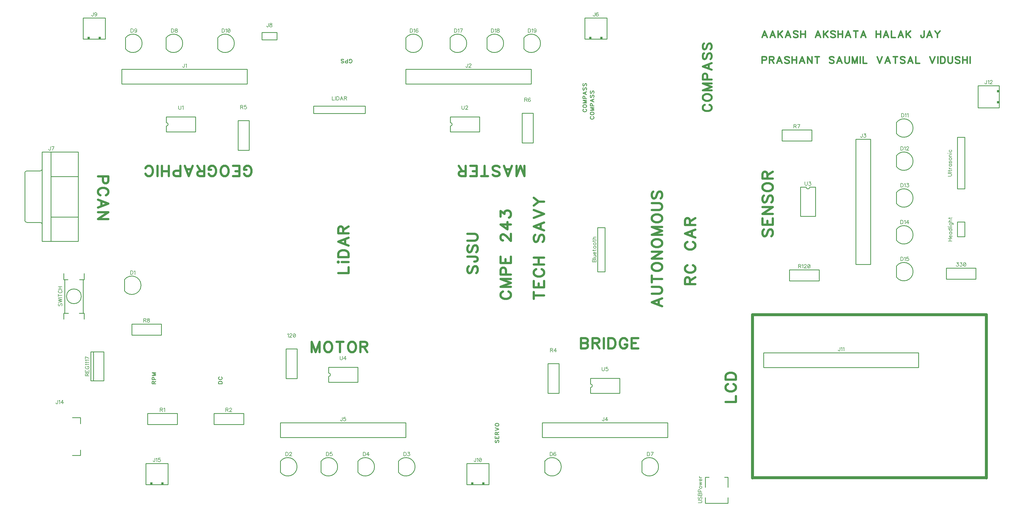
<source format=gbr>
G04 DipTrace 3.3.1.3*
G04 TopSilk.gbr*
%MOIN*%
G04 #@! TF.FileFunction,Legend,Top*
G04 #@! TF.Part,Single*
%ADD10C,0.009843*%
%ADD13C,0.03937*%
%ADD92C,0.00772*%
%ADD93C,0.030621*%
%ADD94C,0.010936*%
%ADD95C,0.026247*%
%ADD96C,0.019685*%
%FSLAX26Y26*%
G04*
G70*
G90*
G75*
G01*
G04 TopSilk*
%LPD*%
X3849016Y2519228D2*
D10*
Y2118568D1*
X3699016D2*
X3849016D1*
X3699016Y2519228D2*
Y2118568D1*
Y2519228D2*
X3849016D1*
X12648686Y3618898D2*
X13049346D1*
Y3468898D2*
Y3618898D1*
X12648686Y3468898D2*
X13049346D1*
X12648686D2*
Y3618898D1*
X8024017Y4168870D2*
X7924016D1*
Y3568925D1*
X8024017D1*
Y4168870D1*
X1509062Y3308920D2*
Y3458796D1*
X1509287Y3308621D2*
G03X1509287Y3459096I99796J75238D01*
G01*
X3624022Y843960D2*
Y993835D1*
X3624247Y843660D2*
G03X3624247Y994135I99796J75238D01*
G01*
X5224022Y843960D2*
Y993835D1*
X5224247Y843660D2*
G03X5224247Y994135I99796J75238D01*
G01*
X4674022Y843960D2*
Y993835D1*
X4674247Y843660D2*
G03X4674247Y994135I99796J75238D01*
G01*
X4174022Y843960D2*
Y993835D1*
X4174247Y843660D2*
G03X4174247Y994135I99796J75238D01*
G01*
X7205518Y843960D2*
Y993835D1*
X7205743Y843660D2*
G03X7205743Y994135I99796J75238D01*
G01*
X8524022Y843960D2*
Y993835D1*
X8524247Y843660D2*
G03X8524247Y994135I99796J75238D01*
G01*
X2074022Y6593960D2*
Y6743835D1*
X2074247Y6593660D2*
G03X2074247Y6744135I99796J75238D01*
G01*
X1524022Y6593960D2*
Y6743835D1*
X1524247Y6593660D2*
G03X1524247Y6744135I99796J75238D01*
G01*
X2774022Y6593960D2*
Y6743835D1*
X2774247Y6593660D2*
G03X2774247Y6744135I99796J75238D01*
G01*
X11974022Y5443960D2*
Y5593835D1*
X11974247Y5443660D2*
G03X11974247Y5594135I99796J75238D01*
G01*
X11974022Y4993960D2*
Y5143835D1*
X11974247Y4993660D2*
G03X11974247Y5144135I99796J75238D01*
G01*
X11974022Y4493960D2*
Y4643835D1*
X11974247Y4493660D2*
G03X11974247Y4644135I99796J75238D01*
G01*
X11974022Y3993960D2*
Y4143835D1*
X11974247Y3993660D2*
G03X11974247Y4144135I99796J75238D01*
G01*
X11974022Y3493960D2*
Y3643835D1*
X11974247Y3493660D2*
G03X11974247Y3644135I99796J75238D01*
G01*
X5324022Y6593960D2*
Y6743835D1*
X5324247Y6593660D2*
G03X5324247Y6744135I99796J75238D01*
G01*
X5924022Y6593960D2*
Y6743835D1*
X5924247Y6593660D2*
G03X5924247Y6744135I99796J75238D01*
G01*
X6424022Y6593960D2*
Y6743835D1*
X6424247Y6593660D2*
G03X6424247Y6744135I99796J75238D01*
G01*
X6924022Y6593960D2*
Y6743835D1*
X6924247Y6593660D2*
G03X6924247Y6744135I99796J75238D01*
G01*
X12799011Y4043886D2*
X12899016D1*
Y4243910D1*
X12799011D1*
Y4043886D1*
X3174016Y6118898D2*
X1474016D1*
Y6318898D1*
X3174016D1*
Y6118898D1*
X7024016D2*
X5324016D1*
Y6318898D1*
X7024016D1*
Y6118898D1*
X11424016Y3668898D2*
X11624016D1*
Y5368898D1*
X11424016D1*
Y3668898D1*
X7174016Y1518898D2*
X8874016D1*
Y1318898D1*
X7174016D1*
Y1518898D1*
X3624016D2*
X5324016D1*
Y1318898D1*
X3624016D1*
Y1518898D1*
X7749213Y6727156D2*
X8048819D1*
Y7014567D1*
X7749213D1*
Y6727156D1*
G36*
X7808235Y6755674D2*
X7839754D1*
Y6724165D1*
X7808235D1*
Y6755674D1*
G37*
G36*
X7958278D2*
X7989766D1*
Y6724165D1*
X7958278D1*
Y6755674D1*
G37*
X185355Y4936236D2*
D10*
G03X157823Y4908346I568J-28095D01*
G01*
X366483Y4936236D2*
G03X394014Y4962913I1443J26056D01*
G01*
X157823Y4265669D2*
G03X185355Y4237780I28100J205D01*
G01*
X394014Y4211102D2*
G03X366483Y4237780I-26088J621D01*
G01*
Y4936236D2*
X185355D1*
X366483Y4237780D2*
X185355D1*
X882335Y4311748D2*
X512109D1*
X394014Y3980709D2*
Y5193307D1*
X882335Y4862268D2*
X512109D1*
X882335Y3980709D2*
Y5193307D1*
X157823Y4265669D2*
Y4908346D1*
X882335Y3980709D2*
X394014D1*
X882335Y5193307D2*
X394014D1*
X512109Y3980709D2*
Y5193307D1*
X3374004Y6818903D2*
X3574028D1*
Y6718898D1*
X3374004D1*
Y6818903D1*
X949213Y6727156D2*
X1248819D1*
Y7014567D1*
X949213D1*
Y6727156D1*
G36*
X1008235Y6755674D2*
X1039754D1*
Y6724165D1*
X1008235D1*
Y6755674D1*
G37*
G36*
X1158278D2*
X1189766D1*
Y6724165D1*
X1158278D1*
Y6755674D1*
G37*
X6149213Y677156D2*
D10*
X6448819D1*
Y964567D1*
X6149213D1*
Y677156D1*
G36*
X6208235Y705674D2*
X6239754D1*
Y674165D1*
X6208235D1*
Y705674D1*
G37*
G36*
X6358278D2*
X6389766D1*
Y674165D1*
X6358278D1*
Y705674D1*
G37*
X10174016Y2468898D2*
D10*
X12274016D1*
Y2268898D1*
X10174016D1*
Y2468898D1*
X13365757Y5794094D2*
Y6093701D1*
X13078346D1*
Y5794094D1*
X13365757D1*
G36*
X13337239Y5853117D2*
X13368748D1*
Y5884636D1*
X13337239D1*
Y5853117D1*
G37*
G36*
Y6003160D2*
X13368748D1*
Y6034648D1*
X13337239D1*
Y6003160D1*
G37*
X802146Y1588957D2*
D10*
X913385D1*
Y1502747D1*
X802146Y1073209D2*
X913385D1*
Y1146046D1*
X1799213Y677156D2*
X2098819D1*
Y964567D1*
X1799213D1*
Y677156D1*
G36*
X1858235Y705674D2*
X1889754D1*
Y674165D1*
X1858235D1*
Y705674D1*
G37*
G36*
X2008278D2*
X2039766D1*
Y674165D1*
X2008278D1*
Y705674D1*
G37*
X4074015Y5818899D2*
D10*
X4774017D1*
Y5718898D1*
X4074015D1*
Y5818899D1*
X2224346Y1493898D2*
X1823686D1*
Y1643898D2*
Y1493898D1*
X2224346Y1643898D2*
X1823686D1*
X2224346D2*
Y1493898D1*
X2723686Y1643898D2*
X3124346D1*
Y1493898D2*
Y1643898D1*
X2723686Y1493898D2*
X3124346D1*
X2723686D2*
Y1643898D1*
X7249016Y1918568D2*
Y2319228D1*
X7399016D2*
X7249016D1*
X7399016Y1918568D2*
Y2319228D1*
Y1918568D2*
X7249016D1*
X3199016Y5619228D2*
Y5218568D1*
X3049016D2*
X3199016D1*
X3049016Y5619228D2*
Y5218568D1*
Y5619228D2*
X3199016D1*
X6899016Y5318568D2*
Y5719228D1*
X7049016D2*
X6899016D1*
X7049016Y5318568D2*
Y5719228D1*
Y5318568D2*
X6899016D1*
X10423686Y5493898D2*
X10824346D1*
Y5343898D2*
Y5493898D1*
X10423686Y5343898D2*
X10824346D1*
X10423686D2*
Y5493898D1*
X1608725Y2858858D2*
X2009385D1*
Y2708858D2*
Y2858858D1*
X1608725Y2708858D2*
X2009385D1*
X1608725D2*
Y2858858D1*
X10924346Y3443898D2*
X10523686D1*
Y3593898D2*
Y3443898D1*
X10924346Y3593898D2*
X10523686D1*
X10924346D2*
Y3443898D1*
X1052756Y2087008D2*
X1229921D1*
Y2480709D1*
X1052756D1*
Y2087008D1*
X1088189D2*
Y2480709D1*
X949024Y3008895D2*
X949988Y3458247D1*
X699008Y3458822D2*
Y3008895D1*
X749220Y3005518D2*
X686220D1*
Y3462199D2*
Y3544899D1*
X894870Y3005518D2*
X961811D1*
Y3544899D2*
Y3462199D1*
X898811D2*
X961811D1*
X686220Y3005518D2*
Y2922818D1*
X961811Y3005518D2*
Y2922818D1*
X741339Y3462199D2*
X687213D1*
X724004Y3233858D2*
G02X724004Y3233858I100012J0D01*
G01*
X2077165Y5671264D2*
X2470866D1*
Y5466531D2*
Y5671264D1*
X2077165Y5466531D2*
X2470866D1*
X2077165D2*
Y5545272D1*
Y5671264D2*
Y5592523D1*
Y5545272D2*
G03X2077165Y5592523I-4J23626D01*
G01*
X5927165Y5671264D2*
X6320866D1*
Y5466531D2*
Y5671264D1*
X5927165Y5466531D2*
X6320866D1*
X5927165D2*
Y5545272D1*
Y5671264D2*
Y5592523D1*
Y5545272D2*
G03X5927165Y5592523I-4J23626D01*
G01*
X10876382Y4715748D2*
Y4322047D1*
X10671649D2*
X10876382D1*
X10671649Y4715748D2*
Y4322047D1*
Y4715748D2*
X10750390D1*
X10876382D2*
X10797642D1*
X10750390D2*
G03X10797642Y4715748I23626J4D01*
G01*
X4277165Y2271264D2*
X4670866D1*
Y2066531D2*
Y2271264D1*
X4277165Y2066531D2*
X4670866D1*
X4277165D2*
Y2145272D1*
Y2271264D2*
Y2192523D1*
Y2145272D2*
G03X4277165Y2192523I-4J23626D01*
G01*
X7827165Y2121264D2*
X8220866D1*
Y1916531D2*
Y2121264D1*
X7827165Y1916531D2*
X8220866D1*
X7827165D2*
Y1995272D1*
Y2121264D2*
Y2042523D1*
Y1995272D2*
G03X7827165Y2042523I-4J23626D01*
G01*
X12799014Y4693897D2*
X12899016D1*
Y5393899D1*
X12799014D1*
Y4693897D1*
X9383476Y422426D2*
X9690539D1*
X9383476Y639778D2*
Y776787D1*
X9690539Y639778D2*
Y776787D1*
X9383476Y422426D2*
Y500412D1*
X9690539Y422426D2*
Y500412D1*
X9383476Y776787D2*
X9432693D1*
X9641323D2*
X9690539D1*
X10024016Y768898D2*
D13*
Y2985433D1*
X13193307D1*
X10024016Y770079D2*
X13193307D1*
Y768898D2*
Y2985433D1*
X3719086Y2717504D2*
D92*
X3723895Y2719936D1*
X3731080Y2727065D1*
Y2676881D1*
X3748951Y2715127D2*
Y2717504D1*
X3751328Y2722312D1*
X3753704Y2724689D1*
X3758513Y2727065D1*
X3768074D1*
X3772827Y2724689D1*
X3775204Y2722312D1*
X3777636Y2717504D1*
Y2712751D1*
X3775204Y2707942D1*
X3770451Y2700812D1*
X3746519Y2676881D1*
X3780012D1*
X3809822Y2727065D2*
X3802637Y2724689D1*
X3797828Y2717504D1*
X3795452Y2705566D1*
Y2698381D1*
X3797828Y2686442D1*
X3802637Y2679257D1*
X3809822Y2676881D1*
X3814575D1*
X3821760Y2679257D1*
X3826513Y2686442D1*
X3828945Y2698381D1*
Y2705566D1*
X3826513Y2717504D1*
X3821760Y2724689D1*
X3814575Y2727065D1*
X3809822D1*
X3826513Y2717504D2*
X3797828Y2686442D1*
X12788145Y3692065D2*
X12814398D1*
X12800083Y3672942D1*
X12807268D1*
X12812021Y3670566D1*
X12814398Y3668189D1*
X12816830Y3661004D1*
Y3656251D1*
X12814398Y3649066D1*
X12809645Y3644257D1*
X12802460Y3641881D1*
X12795275D1*
X12788145Y3644257D1*
X12785768Y3646689D1*
X12783336Y3651442D1*
X12837078Y3692065D2*
X12863331D1*
X12849016Y3672942D1*
X12856201D1*
X12860954Y3670566D1*
X12863331Y3668189D1*
X12865762Y3661004D1*
Y3656251D1*
X12863331Y3649066D1*
X12858577Y3644257D1*
X12851392Y3641881D1*
X12844207D1*
X12837078Y3644257D1*
X12834701Y3646689D1*
X12832269Y3651442D1*
X12895572Y3692065D2*
X12888387Y3689689D1*
X12883578Y3682504D1*
X12881202Y3670566D1*
Y3663381D1*
X12883578Y3651442D1*
X12888387Y3644257D1*
X12895572Y3641881D1*
X12900325D1*
X12907510Y3644257D1*
X12912263Y3651442D1*
X12914695Y3663381D1*
Y3670566D1*
X12912263Y3682504D1*
X12907510Y3689689D1*
X12900325Y3692065D1*
X12895572D1*
X12912263Y3682504D2*
X12883578Y3651442D1*
X7850793Y3699503D2*
X7901033D1*
Y3721058D1*
X7898601Y3728243D1*
X7896224Y3730620D1*
X7891471Y3732997D1*
X7884286D1*
X7879478Y3730620D1*
X7877101Y3728243D1*
X7874724Y3721058D1*
X7872293Y3728243D1*
X7869916Y3730620D1*
X7865163Y3732997D1*
X7860354D1*
X7855601Y3730620D1*
X7853169Y3728244D1*
X7850793Y3721058D1*
Y3699503D1*
X7874724D2*
Y3721058D1*
X7850793Y3748436D2*
X7901033D1*
X7867539Y3763875D2*
X7891471D1*
X7898601Y3766252D1*
X7901033Y3771060D1*
Y3778245D1*
X7898601Y3782998D1*
X7891471Y3790183D1*
X7867539D2*
X7901033D1*
X7881909Y3805623D2*
Y3834308D1*
X7877101D1*
X7872293Y3831931D1*
X7869916Y3829554D1*
X7867539Y3824746D1*
Y3817561D1*
X7869916Y3812808D1*
X7874724Y3807999D1*
X7881909Y3805623D1*
X7886663D1*
X7893848Y3807999D1*
X7898601Y3812808D1*
X7901033Y3817561D1*
Y3824746D1*
X7898601Y3829554D1*
X7893848Y3834308D1*
X7850793Y3856932D2*
X7891471D1*
X7898601Y3859308D1*
X7901033Y3864117D1*
Y3868870D1*
X7867539Y3849747D2*
Y3866493D1*
Y3896247D2*
X7869916Y3891494D1*
X7874724Y3886686D1*
X7881909Y3884309D1*
X7886663D1*
X7893848Y3886686D1*
X7898601Y3891494D1*
X7901033Y3896247D1*
Y3903433D1*
X7898601Y3908241D1*
X7893848Y3912994D1*
X7886663Y3915426D1*
X7881909D1*
X7874724Y3912994D1*
X7869916Y3908241D1*
X7867539Y3903433D1*
Y3896247D1*
Y3942803D2*
X7869916Y3938050D1*
X7874724Y3933242D1*
X7881909Y3930865D1*
X7886663D1*
X7893848Y3933242D1*
X7898601Y3938050D1*
X7901033Y3942803D1*
Y3949989D1*
X7898601Y3954797D1*
X7893848Y3959550D1*
X7886663Y3961982D1*
X7881909D1*
X7874724Y3959550D1*
X7869916Y3954797D1*
X7867539Y3949989D1*
Y3942803D1*
X7850793Y3984606D2*
X7891471D1*
X7898601Y3986983D1*
X7901033Y3991791D1*
Y3996544D1*
X7867539Y3977421D2*
Y3994168D1*
X7850793Y4011984D2*
X7901033D1*
X7877101D2*
X7869916Y4019169D1*
X7867539Y4023977D1*
Y4031162D1*
X7869916Y4035915D1*
X7877101Y4038292D1*
X7901033D1*
X1591099Y3582061D2*
Y3531821D1*
X1607845D1*
X1615030Y3534253D1*
X1619839Y3539006D1*
X1622215Y3543814D1*
X1624592Y3550944D1*
Y3562938D1*
X1622215Y3570123D1*
X1619839Y3574876D1*
X1615030Y3579684D1*
X1607845Y3582061D1*
X1591099D1*
X1640031Y3572444D2*
X1644840Y3574876D1*
X1652025Y3582006D1*
Y3531821D1*
X3695309Y1117100D2*
Y1066860D1*
X3712056D1*
X3719241Y1069292D1*
X3724050Y1074045D1*
X3726426Y1078854D1*
X3728803Y1085983D1*
Y1097977D1*
X3726426Y1105162D1*
X3724050Y1109915D1*
X3719241Y1114724D1*
X3712056Y1117100D1*
X3695309D1*
X3746674Y1105107D2*
Y1107483D1*
X3749050Y1112292D1*
X3751427Y1114668D1*
X3756235Y1117045D1*
X3765797D1*
X3770550Y1114668D1*
X3772927Y1112292D1*
X3775359Y1107483D1*
Y1102730D1*
X3772927Y1097922D1*
X3768174Y1090792D1*
X3744242Y1066860D1*
X3777735D1*
X5295309Y1117100D2*
Y1066860D1*
X5312056D1*
X5319241Y1069292D1*
X5324050Y1074045D1*
X5326426Y1078854D1*
X5328803Y1085983D1*
Y1097977D1*
X5326426Y1105162D1*
X5324050Y1109915D1*
X5319241Y1114724D1*
X5312056Y1117100D1*
X5295309D1*
X5349050Y1117045D2*
X5375303D1*
X5360989Y1097922D1*
X5368174D1*
X5372927Y1095545D1*
X5375303Y1093168D1*
X5377735Y1085983D1*
Y1081230D1*
X5375303Y1074045D1*
X5370550Y1069237D1*
X5363365Y1066860D1*
X5356180D1*
X5349050Y1069237D1*
X5346674Y1071669D1*
X5344242Y1076422D1*
X4744121Y1117100D2*
Y1066860D1*
X4760868D1*
X4768053Y1069292D1*
X4772861Y1074045D1*
X4775238Y1078854D1*
X4777614Y1085983D1*
Y1097977D1*
X4775238Y1105162D1*
X4772861Y1109915D1*
X4768053Y1114724D1*
X4760868Y1117100D1*
X4744121D1*
X4816985Y1066860D2*
Y1117045D1*
X4793054Y1083607D1*
X4828924D1*
X4245309Y1117100D2*
Y1066860D1*
X4262056D1*
X4269241Y1069292D1*
X4274050Y1074045D1*
X4276426Y1078854D1*
X4278803Y1085983D1*
Y1097977D1*
X4276426Y1105162D1*
X4274050Y1109915D1*
X4269241Y1114724D1*
X4262056Y1117100D1*
X4245309D1*
X4322927Y1117045D2*
X4299050D1*
X4296674Y1095545D1*
X4299050Y1097922D1*
X4306235Y1100354D1*
X4313365D1*
X4320550Y1097922D1*
X4325359Y1093168D1*
X4327735Y1085983D1*
Y1081230D1*
X4325359Y1074045D1*
X4320550Y1069237D1*
X4313365Y1066860D1*
X4306235D1*
X4299050Y1069237D1*
X4296674Y1071669D1*
X4294242Y1076422D1*
X7278021Y1117100D2*
Y1066860D1*
X7294768D1*
X7301953Y1069292D1*
X7306761Y1074045D1*
X7309138Y1078854D1*
X7311515Y1085983D1*
Y1097977D1*
X7309138Y1105162D1*
X7306761Y1109915D1*
X7301953Y1114724D1*
X7294768Y1117100D1*
X7278021D1*
X7355639Y1109915D2*
X7353262Y1114668D1*
X7346077Y1117045D1*
X7341324D1*
X7334139Y1114668D1*
X7329331Y1107483D1*
X7326954Y1095545D1*
Y1083607D1*
X7329331Y1074045D1*
X7334139Y1069237D1*
X7341324Y1066860D1*
X7343701D1*
X7350830Y1069237D1*
X7355639Y1074045D1*
X7358015Y1081230D1*
Y1083607D1*
X7355639Y1090792D1*
X7350830Y1095545D1*
X7343701Y1097922D1*
X7341324D1*
X7334139Y1095545D1*
X7329331Y1090792D1*
X7326954Y1083607D1*
X8595309Y1117100D2*
Y1066860D1*
X8612056D1*
X8619241Y1069292D1*
X8624050Y1074045D1*
X8626426Y1078854D1*
X8628803Y1085983D1*
Y1097977D1*
X8626426Y1105162D1*
X8624050Y1109915D1*
X8619241Y1114724D1*
X8612056Y1117100D1*
X8595309D1*
X8653804Y1066860D2*
X8677735Y1117045D1*
X8644242D1*
X2145337Y6867100D2*
Y6816860D1*
X2162084D1*
X2169269Y6819292D1*
X2174077Y6824045D1*
X2176454Y6828854D1*
X2178830Y6835983D1*
Y6847977D1*
X2176454Y6855162D1*
X2174077Y6859915D1*
X2169269Y6864724D1*
X2162084Y6867100D1*
X2145337D1*
X2206208Y6867045D2*
X2199078Y6864668D1*
X2196646Y6859915D1*
Y6855107D1*
X2199078Y6850354D1*
X2203831Y6847922D1*
X2213393Y6845545D1*
X2220578Y6843168D1*
X2225331Y6838360D1*
X2227708Y6833607D1*
Y6826422D1*
X2225331Y6821669D1*
X2222954Y6819237D1*
X2215769Y6816860D1*
X2206208D1*
X2199078Y6819237D1*
X2196646Y6821669D1*
X2194270Y6826422D1*
Y6833607D1*
X2196646Y6838360D1*
X2201455Y6843168D1*
X2208584Y6845545D1*
X2218146Y6847922D1*
X2222954Y6850354D1*
X2225331Y6855107D1*
Y6859915D1*
X2222954Y6864668D1*
X2215769Y6867045D1*
X2206208D1*
X1596498Y6867100D2*
Y6816860D1*
X1613244D1*
X1620429Y6819292D1*
X1625238Y6824045D1*
X1627614Y6828854D1*
X1629991Y6835983D1*
Y6847977D1*
X1627614Y6855162D1*
X1625238Y6859915D1*
X1620429Y6864724D1*
X1613244Y6867100D1*
X1596498D1*
X1676547Y6850354D2*
X1674115Y6843168D1*
X1669362Y6838360D1*
X1662177Y6835983D1*
X1659800D1*
X1652615Y6838360D1*
X1647862Y6843168D1*
X1645430Y6850354D1*
Y6852730D1*
X1647862Y6859915D1*
X1652615Y6864668D1*
X1659800Y6867045D1*
X1662177D1*
X1669362Y6864668D1*
X1674115Y6859915D1*
X1676547Y6850354D1*
Y6838360D1*
X1674115Y6826422D1*
X1669362Y6819237D1*
X1662177Y6816860D1*
X1657424D1*
X1650239Y6819237D1*
X1647862Y6824045D1*
X2831593Y6867100D2*
Y6816860D1*
X2848340D1*
X2855525Y6819292D1*
X2860333Y6824045D1*
X2862710Y6828854D1*
X2865086Y6835983D1*
Y6847977D1*
X2862710Y6855162D1*
X2860333Y6859915D1*
X2855525Y6864724D1*
X2848340Y6867100D1*
X2831593D1*
X2880526Y6857483D2*
X2885334Y6859915D1*
X2892519Y6867045D1*
Y6816860D1*
X2922328Y6867045D2*
X2915143Y6864668D1*
X2910335Y6857483D1*
X2907958Y6845545D1*
Y6838360D1*
X2910335Y6826422D1*
X2915143Y6819237D1*
X2922328Y6816860D1*
X2927082D1*
X2934267Y6819237D1*
X2939020Y6826422D1*
X2941452Y6838360D1*
Y6845545D1*
X2939020Y6857483D1*
X2934267Y6864668D1*
X2927082Y6867045D1*
X2922328D1*
X2939020Y6857483D2*
X2910335Y6826422D1*
X12042343Y5717100D2*
Y5666860D1*
X12059090D1*
X12066275Y5669292D1*
X12071083Y5674045D1*
X12073460Y5678854D1*
X12075836Y5685983D1*
Y5697977D1*
X12073460Y5705162D1*
X12071083Y5709915D1*
X12066275Y5714724D1*
X12059090Y5717100D1*
X12042343D1*
X12091275Y5707483D2*
X12096084Y5709915D1*
X12103269Y5717045D1*
Y5666860D1*
X12118708Y5707483D2*
X12123517Y5709915D1*
X12130702Y5717045D1*
Y5666860D1*
X12031593Y5267100D2*
Y5216860D1*
X12048340D1*
X12055525Y5219292D1*
X12060333Y5224045D1*
X12062710Y5228854D1*
X12065086Y5235983D1*
Y5247977D1*
X12062710Y5255162D1*
X12060333Y5259915D1*
X12055525Y5264724D1*
X12048340Y5267100D1*
X12031593D1*
X12080526Y5257483D2*
X12085334Y5259915D1*
X12092519Y5267045D1*
Y5216860D1*
X12110390Y5255107D2*
Y5257483D1*
X12112767Y5262292D1*
X12115143Y5264668D1*
X12119952Y5267045D1*
X12129513D1*
X12134267Y5264668D1*
X12136643Y5262292D1*
X12139075Y5257483D1*
Y5252730D1*
X12136643Y5247922D1*
X12131890Y5240792D1*
X12107958Y5216860D1*
X12141452D1*
X12031593Y4767100D2*
Y4716860D1*
X12048340D1*
X12055525Y4719292D1*
X12060333Y4724045D1*
X12062710Y4728854D1*
X12065086Y4735983D1*
Y4747977D1*
X12062710Y4755162D1*
X12060333Y4759915D1*
X12055525Y4764724D1*
X12048340Y4767100D1*
X12031593D1*
X12080526Y4757483D2*
X12085334Y4759915D1*
X12092519Y4767045D1*
Y4716860D1*
X12112767Y4767045D2*
X12139020D1*
X12124705Y4747922D1*
X12131890D1*
X12136643Y4745545D1*
X12139020Y4743168D1*
X12141452Y4735983D1*
Y4731230D1*
X12139020Y4724045D1*
X12134267Y4719237D1*
X12127082Y4716860D1*
X12119897D1*
X12112767Y4719237D1*
X12110390Y4721669D1*
X12107958Y4726422D1*
X12030405Y4267100D2*
Y4216860D1*
X12047151D1*
X12054336Y4219292D1*
X12059145Y4224045D1*
X12061521Y4228854D1*
X12063898Y4235983D1*
Y4247977D1*
X12061521Y4255162D1*
X12059145Y4259915D1*
X12054336Y4264724D1*
X12047151Y4267100D1*
X12030405D1*
X12079337Y4257483D2*
X12084146Y4259915D1*
X12091331Y4267045D1*
Y4216860D1*
X12130702D2*
Y4267045D1*
X12106770Y4233607D1*
X12142640D1*
X12031593Y3767100D2*
Y3716860D1*
X12048340D1*
X12055525Y3719292D1*
X12060333Y3724045D1*
X12062710Y3728854D1*
X12065086Y3735983D1*
Y3747977D1*
X12062710Y3755162D1*
X12060333Y3759915D1*
X12055525Y3764724D1*
X12048340Y3767100D1*
X12031593D1*
X12080526Y3757483D2*
X12085334Y3759915D1*
X12092519Y3767045D1*
Y3716860D1*
X12136643Y3767045D2*
X12112767D1*
X12110390Y3745545D1*
X12112767Y3747922D1*
X12119952Y3750354D1*
X12127082D1*
X12134267Y3747922D1*
X12139075Y3743168D1*
X12141452Y3735983D1*
Y3731230D1*
X12139075Y3724045D1*
X12134267Y3719237D1*
X12127082Y3716860D1*
X12119952D1*
X12112767Y3719237D1*
X12110390Y3721669D1*
X12107958Y3726422D1*
X5382809Y6867100D2*
Y6816860D1*
X5399556D1*
X5406741Y6819292D1*
X5411549Y6824045D1*
X5413926Y6828854D1*
X5416302Y6835983D1*
Y6847977D1*
X5413926Y6855162D1*
X5411549Y6859915D1*
X5406741Y6864724D1*
X5399556Y6867100D1*
X5382809D1*
X5431741Y6857483D2*
X5436550Y6859915D1*
X5443735Y6867045D1*
Y6816860D1*
X5487859Y6859915D2*
X5485483Y6864668D1*
X5478297Y6867045D1*
X5473544D1*
X5466359Y6864668D1*
X5461551Y6857483D1*
X5459174Y6845545D1*
Y6833607D1*
X5461551Y6824045D1*
X5466359Y6819237D1*
X5473544Y6816860D1*
X5475921D1*
X5483051Y6819237D1*
X5487859Y6824045D1*
X5490236Y6831230D1*
Y6833607D1*
X5487859Y6840792D1*
X5483051Y6845545D1*
X5475921Y6847922D1*
X5473544D1*
X5466359Y6845545D1*
X5461551Y6840792D1*
X5459174Y6833607D1*
X5981593Y6867100D2*
Y6816860D1*
X5998340D1*
X6005525Y6819292D1*
X6010333Y6824045D1*
X6012710Y6828854D1*
X6015086Y6835983D1*
Y6847977D1*
X6012710Y6855162D1*
X6010333Y6859915D1*
X6005525Y6864724D1*
X5998340Y6867100D1*
X5981593D1*
X6030526Y6857483D2*
X6035334Y6859915D1*
X6042519Y6867045D1*
Y6816860D1*
X6067520D2*
X6091452Y6867045D1*
X6057958D1*
X6481621Y6867100D2*
Y6816860D1*
X6498367D1*
X6505552Y6819292D1*
X6510361Y6824045D1*
X6512737Y6828854D1*
X6515114Y6835983D1*
Y6847977D1*
X6512737Y6855162D1*
X6510361Y6859915D1*
X6505552Y6864724D1*
X6498367Y6867100D1*
X6481621D1*
X6530553Y6857483D2*
X6535362Y6859915D1*
X6542547Y6867045D1*
Y6816860D1*
X6569924Y6867045D2*
X6562794Y6864668D1*
X6560363Y6859915D1*
Y6855107D1*
X6562794Y6850354D1*
X6567548Y6847922D1*
X6577109Y6845545D1*
X6584294Y6843168D1*
X6589047Y6838360D1*
X6591424Y6833607D1*
Y6826422D1*
X6589047Y6821669D1*
X6586671Y6819237D1*
X6579486Y6816860D1*
X6569924D1*
X6562794Y6819237D1*
X6560363Y6821669D1*
X6557986Y6826422D1*
Y6833607D1*
X6560363Y6838360D1*
X6565171Y6843168D1*
X6572301Y6845545D1*
X6581862Y6847922D1*
X6586671Y6850354D1*
X6589047Y6855107D1*
Y6859915D1*
X6586671Y6864668D1*
X6579486Y6867045D1*
X6569924D1*
X6982781Y6867100D2*
Y6816860D1*
X6999528D1*
X7006713Y6819292D1*
X7011521Y6824045D1*
X7013898Y6828854D1*
X7016275Y6835983D1*
Y6847977D1*
X7013898Y6855162D1*
X7011521Y6859915D1*
X7006713Y6864724D1*
X6999528Y6867100D1*
X6982781D1*
X7031714Y6857483D2*
X7036522Y6859915D1*
X7043707Y6867045D1*
Y6816860D1*
X7090263Y6850354D2*
X7087831Y6843168D1*
X7083078Y6838360D1*
X7075893Y6835983D1*
X7073517D1*
X7066332Y6838360D1*
X7061578Y6843168D1*
X7059147Y6850354D1*
Y6852730D1*
X7061578Y6859915D1*
X7066332Y6864668D1*
X7073517Y6867045D1*
X7075893D1*
X7083078Y6864668D1*
X7087831Y6859915D1*
X7090263Y6850354D1*
Y6838360D1*
X7087831Y6826422D1*
X7083078Y6819237D1*
X7075893Y6816860D1*
X7071140D1*
X7063955Y6819237D1*
X7061578Y6824045D1*
X12675793Y3982904D2*
X12726033D1*
X12675793Y4016398D2*
X12726033D1*
X12699724Y3982904D2*
Y4016398D1*
X12706909Y4031837D2*
Y4060522D1*
X12702101D1*
X12697293Y4058145D1*
X12694916Y4055769D1*
X12692539Y4050960D1*
Y4043775D1*
X12694916Y4039022D1*
X12699724Y4034213D1*
X12706909Y4031837D1*
X12711663D1*
X12718848Y4034213D1*
X12723601Y4039022D1*
X12726033Y4043775D1*
Y4050960D1*
X12723601Y4055769D1*
X12718848Y4060522D1*
X12692539Y4104646D2*
X12726033D1*
X12699724D2*
X12694916Y4099893D1*
X12692539Y4095084D1*
Y4087954D1*
X12694916Y4083146D1*
X12699724Y4078393D1*
X12706909Y4075961D1*
X12711663D1*
X12718848Y4078393D1*
X12723601Y4083146D1*
X12726033Y4087954D1*
Y4095084D1*
X12723601Y4099893D1*
X12718848Y4104646D1*
X12675793Y4148770D2*
X12726033D1*
X12699724D2*
X12694916Y4144017D1*
X12692539Y4139208D1*
Y4132023D1*
X12694916Y4127270D1*
X12699724Y4122462D1*
X12706909Y4120085D1*
X12711663D1*
X12718848Y4122462D1*
X12723601Y4127270D1*
X12726033Y4132023D1*
Y4139208D1*
X12723601Y4144017D1*
X12718848Y4148770D1*
X12675793Y4164209D2*
X12726033D1*
X12675793Y4179648D2*
X12678169Y4182025D1*
X12675793Y4184457D1*
X12673361Y4182025D1*
X12675793Y4179648D1*
X12692539Y4182025D2*
X12726033D1*
X12694916Y4228581D2*
X12733218D1*
X12740347Y4226204D1*
X12742779Y4223828D1*
X12745156Y4219019D1*
Y4211834D1*
X12742779Y4207081D1*
X12702101Y4228581D2*
X12697348Y4223828D1*
X12694916Y4219019D1*
Y4211834D1*
X12697348Y4207081D1*
X12702101Y4202273D1*
X12709286Y4199896D1*
X12714094D1*
X12721224Y4202273D1*
X12726033Y4207081D1*
X12728409Y4211834D1*
Y4219019D1*
X12726033Y4223828D1*
X12721224Y4228581D1*
X12675793Y4244020D2*
X12726033D1*
X12702101D2*
X12694916Y4251205D1*
X12692539Y4256014D1*
Y4263199D1*
X12694916Y4267952D1*
X12702101Y4270329D1*
X12726033D1*
X12675793Y4292953D2*
X12716471D1*
X12723601Y4295329D1*
X12726033Y4300138D1*
Y4304891D1*
X12692539Y4285768D2*
Y4302514D1*
X2322265Y6392121D2*
Y6353874D1*
X2319889Y6346689D1*
X2317457Y6344313D1*
X2312704Y6341881D1*
X2307895D1*
X2303142Y6344313D1*
X2300765Y6346689D1*
X2298334Y6353874D1*
Y6358627D1*
X2337704Y6382504D2*
X2342513Y6384936D1*
X2349698Y6392065D1*
Y6341881D1*
X6161515Y6392121D2*
Y6353874D1*
X6159139Y6346689D1*
X6156707Y6344313D1*
X6151954Y6341881D1*
X6147145D1*
X6142392Y6344313D1*
X6140015Y6346689D1*
X6137584Y6353874D1*
Y6358627D1*
X6179386Y6380127D2*
Y6382504D1*
X6181763Y6387312D1*
X6184140Y6389689D1*
X6188948Y6392065D1*
X6198510D1*
X6203263Y6389689D1*
X6205639Y6387312D1*
X6208071Y6382504D1*
Y6377751D1*
X6205639Y6372942D1*
X6200886Y6365812D1*
X6176955Y6341881D1*
X6210448D1*
X11511515Y5442121D2*
Y5403874D1*
X11509139Y5396689D1*
X11506707Y5394313D1*
X11501954Y5391881D1*
X11497145D1*
X11492392Y5394313D1*
X11490015Y5396689D1*
X11487584Y5403874D1*
Y5408627D1*
X11531763Y5442065D2*
X11558016D1*
X11543701Y5422942D1*
X11550886D1*
X11555639Y5420566D1*
X11558016Y5418189D1*
X11560448Y5411004D1*
Y5406251D1*
X11558016Y5399066D1*
X11553263Y5394257D1*
X11546078Y5391881D1*
X11538893D1*
X11531763Y5394257D1*
X11529386Y5396689D1*
X11526955Y5401442D1*
X8010327Y1592121D2*
Y1553874D1*
X8007950Y1546689D1*
X8005519Y1544313D1*
X8000765Y1541881D1*
X7995957D1*
X7991204Y1544313D1*
X7988827Y1546689D1*
X7986395Y1553874D1*
Y1558627D1*
X8049698Y1541881D2*
Y1592065D1*
X8025766Y1558627D1*
X8061636D1*
X4461515Y1592121D2*
Y1553874D1*
X4459139Y1546689D1*
X4456707Y1544313D1*
X4451954Y1541881D1*
X4447145D1*
X4442392Y1544313D1*
X4440015Y1546689D1*
X4437584Y1553874D1*
Y1558627D1*
X4505639Y1592065D2*
X4481763D1*
X4479386Y1570566D1*
X4481763Y1572942D1*
X4488948Y1575374D1*
X4496078D1*
X4503263Y1572942D1*
X4508071Y1568189D1*
X4510448Y1561004D1*
Y1556251D1*
X4508071Y1549066D1*
X4503263Y1544257D1*
X4496078Y1541881D1*
X4488948D1*
X4481763Y1544257D1*
X4479386Y1546689D1*
X4476955Y1551442D1*
X7887731Y7087790D2*
Y7049543D1*
X7885355Y7042358D1*
X7882923Y7039982D1*
X7878170Y7037550D1*
X7873361D1*
X7868608Y7039982D1*
X7866231Y7042358D1*
X7863800Y7049543D1*
Y7054297D1*
X7931855Y7080605D2*
X7929479Y7085358D1*
X7922294Y7087735D1*
X7917541D1*
X7910356Y7085358D1*
X7905547Y7078173D1*
X7903170Y7066235D1*
Y7054297D1*
X7905547Y7044735D1*
X7910356Y7039927D1*
X7917541Y7037550D1*
X7919917D1*
X7927047Y7039927D1*
X7931855Y7044735D1*
X7934232Y7051920D1*
Y7054297D1*
X7931855Y7061482D1*
X7927047Y7066235D1*
X7919917Y7068611D1*
X7917541D1*
X7910356Y7066235D1*
X7905547Y7061482D1*
X7903170Y7054297D1*
X507578Y5266530D2*
Y5228284D1*
X505202Y5221099D1*
X502770Y5218722D1*
X498017Y5216290D1*
X493208D1*
X488455Y5218722D1*
X486078Y5221099D1*
X483647Y5228284D1*
Y5233037D1*
X532579Y5216290D2*
X556511Y5266475D1*
X523018D1*
X3461543Y6942121D2*
Y6903874D1*
X3459166Y6896689D1*
X3456734Y6894313D1*
X3451981Y6891881D1*
X3447173D1*
X3442420Y6894313D1*
X3440043Y6896689D1*
X3437611Y6903874D1*
Y6908627D1*
X3488920Y6942065D2*
X3481791Y6939689D1*
X3479359Y6934936D1*
Y6930127D1*
X3481791Y6925374D1*
X3486544Y6922942D1*
X3496105Y6920566D1*
X3503290Y6918189D1*
X3508044Y6913381D1*
X3510420Y6908627D1*
Y6901442D1*
X3508044Y6896689D1*
X3505667Y6894257D1*
X3498482Y6891881D1*
X3488920D1*
X3481791Y6894257D1*
X3479359Y6896689D1*
X3476982Y6901442D1*
Y6908627D1*
X3479359Y6913381D1*
X3484167Y6918189D1*
X3491297Y6920566D1*
X3500859Y6922942D1*
X3505667Y6925374D1*
X3508044Y6930127D1*
Y6934936D1*
X3505667Y6939689D1*
X3498482Y6942065D1*
X3488920D1*
X1087704Y7087790D2*
Y7049543D1*
X1085327Y7042358D1*
X1082895Y7039982D1*
X1078142Y7037550D1*
X1073334D1*
X1068580Y7039982D1*
X1066204Y7042358D1*
X1063772Y7049543D1*
Y7054297D1*
X1134260Y7071043D2*
X1131828Y7063858D1*
X1127075Y7059050D1*
X1119890Y7056673D1*
X1117513D1*
X1110328Y7059050D1*
X1105575Y7063858D1*
X1103143Y7071043D1*
Y7073420D1*
X1105575Y7080605D1*
X1110328Y7085358D1*
X1117513Y7087735D1*
X1119890D1*
X1127075Y7085358D1*
X1131828Y7080605D1*
X1134260Y7071043D1*
Y7059050D1*
X1131828Y7047112D1*
X1127075Y7039927D1*
X1119890Y7037550D1*
X1115136D1*
X1107951Y7039927D1*
X1105575Y7044735D1*
X6272799Y1037790D2*
Y999543D1*
X6270422Y992358D1*
X6267990Y989982D1*
X6263237Y987550D1*
X6258429D1*
X6253676Y989982D1*
X6251299Y992358D1*
X6248867Y999543D1*
Y1004297D1*
X6288238Y1028173D2*
X6293047Y1030605D1*
X6300232Y1037735D1*
Y987550D1*
X6330041Y1037735D2*
X6322856Y1035358D1*
X6318048Y1028173D1*
X6315671Y1016235D1*
Y1009050D1*
X6318048Y997112D1*
X6322856Y989927D1*
X6330041Y987550D1*
X6334794D1*
X6341979Y989927D1*
X6346732Y997112D1*
X6349164Y1009050D1*
Y1016235D1*
X6346732Y1028173D1*
X6341979Y1035358D1*
X6334794Y1037735D1*
X6330041D1*
X6346732Y1028173D2*
X6318048Y997112D1*
X11208549Y2542121D2*
Y2503874D1*
X11206172Y2496689D1*
X11203740Y2494313D1*
X11198987Y2491881D1*
X11194179D1*
X11189426Y2494313D1*
X11187049Y2496689D1*
X11184617Y2503874D1*
Y2508627D1*
X11223988Y2532504D2*
X11228797Y2534936D1*
X11235982Y2542065D1*
Y2491881D1*
X11251421Y2532504D2*
X11256229Y2534936D1*
X11263414Y2542065D1*
Y2491881D1*
X13197330Y6166924D2*
Y6128677D1*
X13194954Y6121492D1*
X13192522Y6119116D1*
X13187769Y6116684D1*
X13182960D1*
X13178207Y6119116D1*
X13175831Y6121492D1*
X13173399Y6128677D1*
Y6133431D1*
X13212770Y6157307D2*
X13217578Y6159739D1*
X13224763Y6166869D1*
Y6116684D1*
X13242634Y6154930D2*
Y6157307D1*
X13245011Y6162115D1*
X13247387Y6164492D1*
X13252196Y6166869D1*
X13261758D1*
X13266511Y6164492D1*
X13268887Y6162115D1*
X13271319Y6157307D1*
Y6152554D1*
X13268887Y6147745D1*
X13264134Y6140616D1*
X13240202Y6116684D1*
X13273696D1*
X605356Y1822826D2*
Y1784580D1*
X602979Y1777395D1*
X600548Y1775018D1*
X595794Y1772586D1*
X590986D1*
X586233Y1775018D1*
X583856Y1777395D1*
X581424Y1784580D1*
Y1789333D1*
X620795Y1813209D2*
X625604Y1815641D1*
X632789Y1822771D1*
Y1772586D1*
X672160D2*
Y1822771D1*
X648228Y1789333D1*
X684098D1*
X1922799Y1037790D2*
Y999543D1*
X1920422Y992358D1*
X1917990Y989982D1*
X1913237Y987550D1*
X1908429D1*
X1903676Y989982D1*
X1901299Y992358D1*
X1898867Y999543D1*
Y1004297D1*
X1938238Y1028173D2*
X1943047Y1030605D1*
X1950232Y1037735D1*
Y987550D1*
X1994356Y1037735D2*
X1970479D1*
X1968103Y1016235D1*
X1970479Y1018611D1*
X1977664Y1021043D1*
X1984794D1*
X1991979Y1018611D1*
X1996788Y1013858D1*
X1999164Y1006673D1*
Y1001920D1*
X1996788Y994735D1*
X1991979Y989927D1*
X1984794Y987550D1*
X1977664D1*
X1970479Y989927D1*
X1968103Y992358D1*
X1965671Y997112D1*
X4326151Y5947042D2*
Y5896802D1*
X4354835D1*
X4370275Y5947042D2*
Y5896802D1*
X4385714Y5947042D2*
Y5896802D1*
X4402461D1*
X4409646Y5899234D1*
X4414454Y5903987D1*
X4416831Y5908795D1*
X4419207Y5915925D1*
Y5927919D1*
X4416831Y5935104D1*
X4414454Y5939857D1*
X4409646Y5944665D1*
X4402461Y5947042D1*
X4385714D1*
X4472948Y5896802D2*
X4453770Y5947042D1*
X4434647Y5896802D1*
X4441832Y5913549D2*
X4465763D1*
X4488388Y5923110D2*
X4509887D1*
X4517072Y5925542D1*
X4519504Y5927919D1*
X4521881Y5932672D1*
Y5937480D1*
X4519504Y5942234D1*
X4517072Y5944665D1*
X4509887Y5947042D1*
X4488388D1*
Y5896802D1*
X4505134Y5923110D2*
X4521881Y5896802D1*
X1993553Y1693189D2*
X2015053D1*
X2022238Y1695621D1*
X2024669Y1697997D1*
X2027046Y1702751D1*
Y1707559D1*
X2024669Y1712312D1*
X2022238Y1714744D1*
X2015053Y1717121D1*
X1993553D1*
Y1666881D1*
X2010299Y1693189D2*
X2027046Y1666881D1*
X2042485Y1707504D2*
X2047294Y1709936D1*
X2054479Y1717065D1*
Y1666881D1*
X2882803Y1693189D2*
X2904303D1*
X2911488Y1695621D1*
X2913920Y1697997D1*
X2916296Y1702751D1*
Y1707559D1*
X2913920Y1712312D1*
X2911488Y1714744D1*
X2904303Y1717121D1*
X2882803D1*
Y1666881D1*
X2899549Y1693189D2*
X2916296Y1666881D1*
X2934167Y1705127D2*
Y1707504D1*
X2936544Y1712312D1*
X2938920Y1714689D1*
X2943729Y1717065D1*
X2953290D1*
X2958044Y1714689D1*
X2960420Y1712312D1*
X2962852Y1707504D1*
Y1702751D1*
X2960420Y1697942D1*
X2955667Y1690812D1*
X2931735Y1666881D1*
X2965229D1*
X7281614Y2503189D2*
X7303114D1*
X7310299Y2505621D1*
X7312731Y2507997D1*
X7315108Y2512751D1*
Y2517559D1*
X7312731Y2522312D1*
X7310299Y2524744D1*
X7303114Y2527121D1*
X7281614D1*
Y2476881D1*
X7298361Y2503189D2*
X7315108Y2476881D1*
X7354479D2*
Y2527065D1*
X7330547Y2493627D1*
X7366417D1*
X3082803Y5803189D2*
X3104303D1*
X3111488Y5805621D1*
X3113920Y5807997D1*
X3116296Y5812751D1*
Y5817559D1*
X3113920Y5822312D1*
X3111488Y5824744D1*
X3104303Y5827121D1*
X3082803D1*
Y5776881D1*
X3099549Y5803189D2*
X3116296Y5776881D1*
X3160420Y5827065D2*
X3136544D1*
X3134167Y5805566D1*
X3136544Y5807942D1*
X3143729Y5810374D1*
X3150859D1*
X3158044Y5807942D1*
X3162852Y5803189D1*
X3165229Y5796004D1*
Y5791251D1*
X3162852Y5784066D1*
X3158044Y5779257D1*
X3150859Y5776881D1*
X3143729D1*
X3136544Y5779257D1*
X3134167Y5781689D1*
X3131735Y5786442D1*
X6934019Y5903189D2*
X6955519D1*
X6962704Y5905621D1*
X6965135Y5907997D1*
X6967512Y5912751D1*
Y5917559D1*
X6965135Y5922312D1*
X6962704Y5924744D1*
X6955519Y5927121D1*
X6934019D1*
Y5876881D1*
X6950765Y5903189D2*
X6967512Y5876881D1*
X7011636Y5919936D2*
X7009260Y5924689D1*
X7002075Y5927065D1*
X6997321D1*
X6990136Y5924689D1*
X6985328Y5917504D1*
X6982951Y5905566D1*
Y5893627D1*
X6985328Y5884066D1*
X6990136Y5879257D1*
X6997321Y5876881D1*
X6999698D1*
X7006828Y5879257D1*
X7011636Y5884066D1*
X7014013Y5891251D1*
Y5893627D1*
X7011636Y5900812D1*
X7006828Y5905566D1*
X6999698Y5907942D1*
X6997321D1*
X6990136Y5905566D1*
X6985328Y5900812D1*
X6982951Y5893627D1*
X10582803Y5543189D2*
X10604303D1*
X10611488Y5545621D1*
X10613920Y5547997D1*
X10616296Y5552751D1*
Y5557559D1*
X10613920Y5562312D1*
X10611488Y5564744D1*
X10604303Y5567121D1*
X10582803D1*
Y5516881D1*
X10599549Y5543189D2*
X10616296Y5516881D1*
X10641297D2*
X10665229Y5567065D1*
X10631735D1*
X1767870Y2908150D2*
X1789370D1*
X1796555Y2910581D1*
X1798987Y2912958D1*
X1801363Y2917711D1*
Y2922520D1*
X1798987Y2927273D1*
X1796555Y2929705D1*
X1789370Y2932081D1*
X1767870D1*
Y2881841D1*
X1784616Y2908150D2*
X1801363Y2881841D1*
X1828741Y2932026D2*
X1821611Y2929649D1*
X1819179Y2924896D1*
Y2920088D1*
X1821611Y2915335D1*
X1826364Y2912903D1*
X1835926Y2910526D1*
X1843111Y2908150D1*
X1847864Y2903341D1*
X1850240Y2898588D1*
Y2891403D1*
X1847864Y2886650D1*
X1845487Y2884218D1*
X1838302Y2881841D1*
X1828741D1*
X1821611Y2884218D1*
X1819179Y2886650D1*
X1816802Y2891403D1*
Y2898588D1*
X1819179Y2903341D1*
X1823987Y2908150D1*
X1831117Y2910526D1*
X1840679Y2912903D1*
X1845487Y2915335D1*
X1847864Y2920088D1*
Y2924896D1*
X1845487Y2929649D1*
X1838302Y2932026D1*
X1828741D1*
X10644620Y3643189D2*
X10666120D1*
X10673305Y3645621D1*
X10675737Y3647997D1*
X10678113Y3652751D1*
Y3657559D1*
X10675737Y3662312D1*
X10673305Y3664744D1*
X10666120Y3667121D1*
X10644620D1*
Y3616881D1*
X10661367Y3643189D2*
X10678113Y3616881D1*
X10693553Y3657504D2*
X10698361Y3659936D1*
X10705546Y3667065D1*
Y3616881D1*
X10723417Y3655127D2*
Y3657504D1*
X10725794Y3662312D1*
X10728170Y3664689D1*
X10732979Y3667065D1*
X10742541D1*
X10747294Y3664689D1*
X10749670Y3662312D1*
X10752102Y3657504D1*
Y3652751D1*
X10749670Y3647942D1*
X10744917Y3640812D1*
X10720985Y3616881D1*
X10754479D1*
X10784288Y3667065D2*
X10777103Y3664689D1*
X10772295Y3657504D1*
X10769918Y3645566D1*
Y3638381D1*
X10772295Y3626442D1*
X10777103Y3619257D1*
X10784288Y3616881D1*
X10789041D1*
X10796226Y3619257D1*
X10800980Y3626442D1*
X10803411Y3638381D1*
Y3645566D1*
X10800980Y3657504D1*
X10796226Y3664689D1*
X10789041Y3667065D1*
X10784288D1*
X10800980Y3657504D2*
X10772295Y3626442D1*
X1003465Y2152591D2*
Y2174091D1*
X1001033Y2181276D1*
X998656Y2183708D1*
X993903Y2186085D1*
X989095D1*
X984341Y2183708D1*
X981909Y2181276D1*
X979533Y2174091D1*
Y2152591D1*
X1029773D1*
X1003465Y2169338D2*
X1029773Y2186085D1*
X979533Y2232585D2*
Y2201524D1*
X1029773D1*
Y2232585D1*
X1003465Y2201524D2*
Y2220647D1*
X991471Y2283895D2*
X986718Y2281518D1*
X981909Y2276709D1*
X979533Y2271956D1*
Y2262395D1*
X981909Y2257586D1*
X986718Y2252833D1*
X991471Y2250401D1*
X998656Y2248025D1*
X1010650D1*
X1017779Y2250401D1*
X1022588Y2252833D1*
X1027341Y2257586D1*
X1029773Y2262395D1*
Y2271956D1*
X1027341Y2276709D1*
X1022588Y2281518D1*
X1017779Y2283894D1*
X1010650Y2283895D1*
Y2271956D1*
X989150Y2299334D2*
X986718Y2304142D1*
X979588Y2311327D1*
X1029773D1*
X989150Y2326766D2*
X986718Y2331575D1*
X979588Y2338760D1*
X1029773D1*
X989150Y2354199D2*
X986718Y2359008D1*
X979588Y2366193D1*
X1029773D1*
Y2391194D2*
X979588Y2415125D1*
Y2381632D1*
X620182Y3136647D2*
X615374Y3131894D1*
X612997Y3124709D1*
Y3115147D1*
X615374Y3107962D1*
X620182Y3103154D1*
X624936D1*
X629744Y3105585D1*
X632121Y3107962D1*
X634497Y3112715D1*
X639306Y3127085D1*
X641682Y3131894D1*
X644114Y3134270D1*
X648867Y3136647D1*
X656052D1*
X660806Y3131894D1*
X663237Y3124709D1*
Y3115147D1*
X660806Y3107962D1*
X656052Y3103154D1*
X612997Y3152086D2*
X663237Y3164080D1*
X612997Y3176018D1*
X663237Y3187956D1*
X612997Y3199950D1*
Y3215389D2*
X663237D1*
X612997Y3247575D2*
X663237D1*
X612997Y3230828D2*
Y3264321D1*
X624936Y3315630D2*
X620182Y3313254D1*
X615374Y3308445D1*
X612997Y3303692D1*
Y3294131D1*
X615374Y3289322D1*
X620182Y3284569D1*
X624936Y3282137D1*
X632121Y3279761D1*
X644114D1*
X651244Y3282137D1*
X656052Y3284569D1*
X660806Y3289322D1*
X663237Y3294131D1*
Y3303692D1*
X660806Y3308445D1*
X656052Y3313254D1*
X651244Y3315630D1*
X612997Y3331070D2*
X663237D1*
X612997Y3364563D2*
X663237D1*
X636929Y3331070D2*
Y3364563D1*
X2243553Y5821648D2*
Y5785778D1*
X2245929Y5778593D1*
X2250738Y5773840D1*
X2257923Y5771408D1*
X2262676D1*
X2269861Y5773840D1*
X2274669Y5778593D1*
X2277046Y5785778D1*
Y5821648D1*
X2292485Y5812031D2*
X2297294Y5814463D1*
X2304479Y5821593D1*
Y5771408D1*
X6082803Y5821648D2*
Y5785778D1*
X6085179Y5778593D1*
X6089988Y5773840D1*
X6097173Y5771408D1*
X6101926D1*
X6109111Y5773840D1*
X6113920Y5778593D1*
X6116296Y5785778D1*
Y5821648D1*
X6134167Y5809655D2*
Y5812031D1*
X6136544Y5816840D1*
X6138920Y5819216D1*
X6143729Y5821593D1*
X6153290D1*
X6158044Y5819216D1*
X6160420Y5816840D1*
X6162852Y5812031D1*
Y5807278D1*
X6160420Y5802470D1*
X6155667Y5795340D1*
X6131735Y5771408D1*
X6165229D1*
X10732803Y4788971D2*
Y4753101D1*
X10735179Y4745916D1*
X10739988Y4741163D1*
X10747173Y4738731D1*
X10751926D1*
X10759111Y4741163D1*
X10763920Y4745916D1*
X10766296Y4753101D1*
Y4788971D1*
X10786544Y4788916D2*
X10812797D1*
X10798482Y4769793D1*
X10805667D1*
X10810420Y4767416D1*
X10812797Y4765039D1*
X10815229Y4757854D1*
Y4753101D1*
X10812797Y4745916D1*
X10808044Y4741108D1*
X10800859Y4738731D1*
X10793674D1*
X10786544Y4741108D1*
X10784167Y4743540D1*
X10781735Y4748293D1*
X4431614Y2421648D2*
Y2385778D1*
X4433991Y2378593D1*
X4438800Y2373840D1*
X4445985Y2371408D1*
X4450738D1*
X4457923Y2373840D1*
X4462731Y2378593D1*
X4465108Y2385778D1*
Y2421648D1*
X4504479Y2371408D2*
Y2421593D1*
X4480547Y2388155D1*
X4516417D1*
X7982803Y2271648D2*
Y2235778D1*
X7985179Y2228593D1*
X7989988Y2223840D1*
X7997173Y2221408D1*
X8001926D1*
X8009111Y2223840D1*
X8013920Y2228593D1*
X8016296Y2235778D1*
Y2271648D1*
X8060420Y2271593D2*
X8036544D1*
X8034167Y2250093D1*
X8036544Y2252470D1*
X8043729Y2254902D1*
X8050859D1*
X8058044Y2252470D1*
X8062852Y2247717D1*
X8065229Y2240532D1*
Y2235778D1*
X8062852Y2228593D1*
X8058044Y2223785D1*
X8050859Y2221408D1*
X8043729D1*
X8036544Y2223785D1*
X8034167Y2226217D1*
X8031735Y2230970D1*
X12670871Y4865540D2*
X12706741D1*
X12713926Y4867917D1*
X12718680Y4872725D1*
X12721111Y4879910D1*
Y4884663D1*
X12718680Y4891848D1*
X12713926Y4896657D1*
X12706741Y4899033D1*
X12670871D1*
Y4914473D2*
X12721111D1*
X12670871Y4937097D2*
X12711550D1*
X12718680Y4939474D1*
X12721111Y4944282D1*
Y4949035D1*
X12687618Y4929912D2*
Y4946659D1*
Y4964474D2*
X12721111D1*
X12701988D2*
X12694803Y4966906D1*
X12689995Y4971659D1*
X12687618Y4976468D1*
Y4983653D1*
Y5027777D2*
X12721111D1*
X12694803D2*
X12689995Y5023024D1*
X12687618Y5018215D1*
Y5011086D1*
X12689995Y5006277D1*
X12694803Y5001524D1*
X12701988Y4999092D1*
X12706741D1*
X12713926Y5001524D1*
X12718680Y5006277D1*
X12721111Y5011086D1*
Y5018215D1*
X12718680Y5023024D1*
X12713926Y5027777D1*
X12694803Y5069525D2*
X12689995Y5067148D1*
X12687618Y5059963D1*
Y5052778D1*
X12689995Y5045593D1*
X12694803Y5043216D1*
X12699556Y5045593D1*
X12701988Y5050401D1*
X12704365Y5062340D1*
X12706741Y5067148D1*
X12711550Y5069525D1*
X12713926D1*
X12718680Y5067148D1*
X12721111Y5059963D1*
Y5052778D1*
X12718680Y5045593D1*
X12713926Y5043216D1*
X12687618Y5096902D2*
X12689995Y5092149D1*
X12694803Y5087340D1*
X12701988Y5084964D1*
X12706741D1*
X12713926Y5087340D1*
X12718680Y5092149D1*
X12721111Y5096902D1*
Y5104087D1*
X12718680Y5108896D1*
X12713926Y5113649D1*
X12706741Y5116081D1*
X12701988D1*
X12694803Y5113649D1*
X12689995Y5108896D1*
X12687618Y5104087D1*
Y5096902D1*
Y5131520D2*
X12721111D1*
X12697180D2*
X12689995Y5138705D1*
X12687618Y5143513D1*
Y5150643D1*
X12689995Y5155452D1*
X12697180Y5157828D1*
X12721111D1*
X12670871Y5173267D2*
X12673248Y5175644D1*
X12670871Y5178076D1*
X12668440Y5175644D1*
X12670871Y5173267D1*
X12687618Y5175644D2*
X12721111D1*
X12694803Y5222255D2*
X12689995Y5217447D1*
X12687618Y5212638D1*
Y5205509D1*
X12689995Y5200700D1*
X12694803Y5195947D1*
X12701988Y5193515D1*
X12706741D1*
X12713926Y5195947D1*
X12718680Y5200700D1*
X12721111Y5205509D1*
Y5212638D1*
X12718680Y5217447D1*
X12713926Y5222255D1*
X9286619Y429806D2*
X9322489D1*
X9329674Y432183D1*
X9334428Y436991D1*
X9336860Y444176D1*
Y448930D1*
X9334428Y456115D1*
X9329674Y460923D1*
X9322489Y463300D1*
X9286619D1*
X9293805Y512232D2*
X9288996Y507479D1*
X9286620Y500294D1*
Y490732D1*
X9288996Y483547D1*
X9293805Y478739D1*
X9298558D1*
X9303366Y481171D1*
X9305743Y483547D1*
X9308119Y488300D1*
X9312928Y502671D1*
X9315304Y507479D1*
X9317736Y509856D1*
X9322489Y512232D1*
X9329674D1*
X9334428Y507479D1*
X9336859Y500294D1*
Y490732D1*
X9334428Y483547D1*
X9329674Y478739D1*
X9286620Y527671D2*
X9336859D1*
Y549226D1*
X9334428Y556412D1*
X9332051Y558788D1*
X9327298Y561165D1*
X9320113D1*
X9315304Y558788D1*
X9312928Y556412D1*
X9310551Y549226D1*
X9308119Y556412D1*
X9305743Y558788D1*
X9300990Y561165D1*
X9296181D1*
X9291428Y558788D1*
X9288996Y556412D1*
X9286620Y549227D1*
Y527671D1*
X9310551D2*
Y549226D1*
X9312928Y576604D2*
Y598159D1*
X9310551Y605289D1*
X9308119Y607721D1*
X9303366Y610097D1*
X9296181D1*
X9291428Y607721D1*
X9288996Y605289D1*
X9286619Y598159D1*
Y576604D1*
X9336859D1*
X9303366Y637475D2*
X9305743Y632722D1*
X9310551Y627913D1*
X9317736Y625537D1*
X9322489D1*
X9329674Y627913D1*
X9334428Y632722D1*
X9336859Y637475D1*
Y644660D1*
X9334428Y649468D1*
X9329674Y654221D1*
X9322489Y656653D1*
X9317736D1*
X9310551Y654221D1*
X9305743Y649468D1*
X9303366Y644660D1*
Y637475D1*
Y672093D2*
X9336859Y681654D1*
X9303366Y691216D1*
X9336859Y700777D1*
X9303366Y710339D1*
X9317736Y725778D2*
Y754463D1*
X9312928D1*
X9308119Y752087D1*
X9305743Y749710D1*
X9303366Y744902D1*
Y737717D1*
X9305743Y732963D1*
X9310551Y728155D1*
X9317736Y725778D1*
X9322489D1*
X9329674Y728155D1*
X9334428Y732963D1*
X9336859Y737717D1*
Y744902D1*
X9334428Y749710D1*
X9329674Y754463D1*
X9303366Y769902D2*
X9336859D1*
X9317736D2*
X9310551Y772334D1*
X9305743Y777087D1*
X9303366Y781896D1*
Y789081D1*
X3127651Y4900517D2*
D93*
X3134306Y4887208D1*
X3147769Y4873744D1*
X3161078Y4867090D1*
X3187851D1*
X3201314Y4873744D1*
X3214623Y4887208D1*
X3221432Y4900517D1*
X3228087Y4920635D1*
Y4954217D1*
X3221432Y4974180D1*
X3214623Y4987644D1*
X3201314Y5000953D1*
X3187851Y5007762D1*
X3161078D1*
X3147769Y5000953D1*
X3134306Y4987644D1*
X3127651Y4974180D1*
Y4954217D1*
X3161078D1*
X2979437Y4867090D2*
X3066409D1*
Y5007762D1*
X2979437D1*
X3066409Y4934099D2*
X3012864D1*
X2877958Y4867090D2*
X2891422Y4873744D1*
X2904731Y4887208D1*
X2911540Y4900517D1*
X2918194Y4920635D1*
Y4954217D1*
X2911540Y4974180D1*
X2904731Y4987644D1*
X2891422Y5000953D1*
X2877958Y5007762D1*
X2851186D1*
X2837877Y5000953D1*
X2824413Y4987644D1*
X2817759Y4974180D1*
X2811104Y4954217D1*
Y4920635D1*
X2817759Y4900517D1*
X2824413Y4887208D1*
X2837877Y4873744D1*
X2851186Y4867090D1*
X2877958D1*
X2649426Y4900517D2*
X2656080Y4887208D1*
X2669544Y4873744D1*
X2682853Y4867090D1*
X2709626D1*
X2723089Y4873744D1*
X2736398Y4887208D1*
X2743207Y4900517D1*
X2749862Y4920635D1*
Y4954217D1*
X2743207Y4974180D1*
X2736398Y4987644D1*
X2723089Y5000953D1*
X2709626Y5007762D1*
X2682853D1*
X2669544Y5000953D1*
X2656080Y4987644D1*
X2649426Y4974180D1*
Y4954217D1*
X2682853D1*
X2588184Y4934099D2*
X2527984D1*
X2507866Y4927289D1*
X2501057Y4920635D1*
X2494402Y4907326D1*
Y4893862D1*
X2501057Y4880554D1*
X2507866Y4873744D1*
X2527984Y4867090D1*
X2588184D1*
Y5007762D1*
X2541293Y4934099D2*
X2494402Y5007762D1*
X2325915D2*
X2379615Y4867090D1*
X2433160Y5007762D1*
X2413042Y4960871D2*
X2346033D1*
X2264673Y4940753D2*
X2204318D1*
X2184355Y4934099D1*
X2177546Y4927289D1*
X2170891Y4913981D1*
Y4893862D1*
X2177546Y4880553D1*
X2184355Y4873744D1*
X2204318Y4867090D1*
X2264673D1*
Y5007762D1*
X2109649Y4867090D2*
Y5007762D1*
X2015868Y4867090D2*
Y5007762D1*
X2109649Y4934099D2*
X2015868D1*
X1954625Y4867090D2*
Y5007762D1*
X1792947Y4900517D2*
X1799602Y4887208D1*
X1813065Y4873744D1*
X1826374Y4867090D1*
X1853147D1*
X1866610Y4873744D1*
X1879919Y4887208D1*
X1886728Y4900517D1*
X1893383Y4920635D1*
Y4954217D1*
X1886728Y4974180D1*
X1879919Y4987644D1*
X1866610Y5000953D1*
X1853147Y5007762D1*
X1826374D1*
X1813065Y5000953D1*
X1799602Y4987644D1*
X1792947Y4974180D1*
X6820997Y5007762D2*
Y4867090D1*
X6874542Y5007762D1*
X6928087Y4867090D1*
Y5007762D1*
X6652509D2*
X6706209Y4867090D1*
X6759754Y5007762D1*
X6739636Y4960871D2*
X6672628D1*
X6497486Y4887208D2*
X6510795Y4873744D1*
X6530913Y4867090D1*
X6557685D1*
X6577803Y4873744D1*
X6591267Y4887208D1*
Y4900517D1*
X6584458Y4913981D1*
X6577803Y4920635D1*
X6564495Y4927289D1*
X6524258Y4940753D1*
X6510795Y4947408D1*
X6504140Y4954217D1*
X6497486Y4967526D1*
Y4987644D1*
X6510795Y5000953D1*
X6530913Y5007762D1*
X6557685D1*
X6577803Y5000953D1*
X6591267Y4987644D1*
X6389353Y4867090D2*
Y5007762D1*
X6436243Y4867090D2*
X6342462D1*
X6194248D2*
X6281220D1*
Y5007762D1*
X6194248D1*
X6281220Y4934099D2*
X6227675D1*
X6133005D2*
X6072806D1*
X6052688Y4927289D1*
X6045878Y4920635D1*
X6039224Y4907326D1*
Y4893862D1*
X6045878Y4880553D1*
X6052688Y4873744D1*
X6072806Y4867090D1*
X6133005D1*
Y5007762D1*
X6086115Y4934099D2*
X6039224Y5007762D1*
X10175003Y4145210D2*
X10161540Y4131901D1*
X10154885Y4111783D1*
Y4085011D1*
X10161540Y4064892D1*
X10175003Y4051429D1*
X10188312D1*
X10201776Y4058238D1*
X10208430Y4064892D1*
X10215085Y4078201D1*
X10228548Y4118438D1*
X10235203Y4131901D1*
X10242012Y4138556D1*
X10255321Y4145210D1*
X10275439D1*
X10288748Y4131901D1*
X10295557Y4111783D1*
Y4085011D1*
X10288748Y4064892D1*
X10275439Y4051429D1*
X10154885Y4293425D2*
Y4206452D1*
X10295557D1*
Y4293425D1*
X10221894Y4206452D2*
Y4259998D1*
X10154885Y4448448D2*
X10295557D1*
X10154885Y4354667D1*
X10295557D1*
X10175003Y4603472D2*
X10161540Y4590163D1*
X10154885Y4570045D1*
Y4543272D1*
X10161540Y4523154D1*
X10175003Y4509691D1*
X10188312D1*
X10201776Y4516500D1*
X10208430Y4523154D1*
X10215085Y4536463D1*
X10228548Y4576699D1*
X10235203Y4590163D1*
X10242012Y4596817D1*
X10255321Y4603472D1*
X10275439D1*
X10288748Y4590163D1*
X10295557Y4570045D1*
Y4543272D1*
X10288748Y4523154D1*
X10275439Y4509691D1*
X10154885Y4704950D2*
X10161540Y4691487D1*
X10175003Y4678178D1*
X10188312Y4671369D1*
X10208430Y4664714D1*
X10242012D1*
X10261975Y4671369D1*
X10275439Y4678178D1*
X10288748Y4691487D1*
X10295557Y4704950D1*
Y4731723D1*
X10288748Y4745032D1*
X10275439Y4758496D1*
X10261975Y4765150D1*
X10242012Y4771804D1*
X10208430Y4771805D1*
X10188312Y4765150D1*
X10175003Y4758496D1*
X10161540Y4745032D1*
X10154885Y4731723D1*
Y4704950D1*
X10221894Y4833047D2*
Y4893246D1*
X10215085Y4913365D1*
X10208430Y4920174D1*
X10195121Y4926828D1*
X10181658D1*
X10168349Y4920174D1*
X10161540Y4913365D1*
X10154885Y4893246D1*
Y4833047D1*
X10295557D1*
X10221894Y4879938D2*
X10295557Y4926828D1*
X7695956Y2667898D2*
Y2527226D1*
X7756311D1*
X7776429Y2534036D1*
X7783083Y2540690D1*
X7789738Y2553999D1*
Y2574117D1*
X7783083Y2587581D1*
X7776429Y2594235D1*
X7756311Y2600890D1*
X7776429Y2607699D1*
X7783083Y2614353D1*
X7789738Y2627662D1*
Y2641126D1*
X7783083Y2654435D1*
X7776429Y2661244D1*
X7756311Y2667898D1*
X7695956D1*
Y2600890D2*
X7756311D1*
X7850980D2*
X7911180D1*
X7931298Y2607699D1*
X7938107Y2614353D1*
X7944761Y2627662D1*
Y2641126D1*
X7938107Y2654435D1*
X7931298Y2661244D1*
X7911180Y2667898D1*
X7850980D1*
Y2527226D1*
X7897871Y2600890D2*
X7944761Y2527226D1*
X8006004Y2667898D2*
Y2527226D1*
X8067246Y2667898D2*
Y2527226D1*
X8114137D1*
X8134255Y2534036D1*
X8147718Y2547344D1*
X8154373Y2560808D1*
X8161027Y2580771D1*
Y2614353D1*
X8154373Y2634471D1*
X8147718Y2647780D1*
X8134255Y2661244D1*
X8114137Y2667898D1*
X8067246D1*
X8322705Y2634471D2*
X8316051Y2647780D1*
X8302587Y2661244D1*
X8289278Y2667898D1*
X8262506D1*
X8249042Y2661244D1*
X8235733Y2647780D1*
X8228924Y2634471D1*
X8222270Y2614353D1*
Y2580771D1*
X8228924Y2560808D1*
X8235733Y2547344D1*
X8249042Y2534036D1*
X8262506Y2527226D1*
X8289278D1*
X8302587Y2534036D1*
X8316051Y2547344D1*
X8322705Y2560808D1*
Y2580771D1*
X8289278D1*
X8470920Y2667898D2*
X8383948D1*
Y2527226D1*
X8470920D1*
X8383948Y2600890D2*
X8437493D1*
X4153047Y2477226D2*
Y2617898D1*
X4099501Y2477226D1*
X4045956Y2617898D1*
Y2477226D1*
X4254525Y2617898D2*
X4241061Y2611244D1*
X4227753Y2597780D1*
X4220943Y2584471D1*
X4214289Y2564353D1*
Y2530771D1*
X4220943Y2510808D1*
X4227753Y2497344D1*
X4241061Y2484036D1*
X4254525Y2477226D1*
X4281298D1*
X4294607Y2484036D1*
X4308070Y2497344D1*
X4314725Y2510808D1*
X4321379Y2530771D1*
Y2564353D1*
X4314725Y2584471D1*
X4308070Y2597780D1*
X4294607Y2611244D1*
X4281298Y2617898D1*
X4254525D1*
X4429512D2*
Y2477226D1*
X4382621Y2617898D2*
X4476403D1*
X4577881D2*
X4564418Y2611244D1*
X4551109Y2597780D1*
X4544300Y2584471D1*
X4537645Y2564353D1*
Y2530771D1*
X4544300Y2510808D1*
X4551109Y2497344D1*
X4564418Y2484036D1*
X4577881Y2477226D1*
X4604654D1*
X4617963Y2484036D1*
X4631426Y2497344D1*
X4638081Y2510808D1*
X4644735Y2530771D1*
Y2564353D1*
X4638081Y2584471D1*
X4631426Y2597780D1*
X4617963Y2611244D1*
X4604654Y2617898D1*
X4577881D1*
X4705978Y2550890D2*
X4766177D1*
X4786295Y2557699D1*
X4793105Y2564353D1*
X4799759Y2577662D1*
Y2591126D1*
X4793105Y2604435D1*
X4786295Y2611244D1*
X4766177Y2617898D1*
X4705978D1*
Y2477226D1*
X4752868Y2550890D2*
X4799759Y2477226D1*
X9654667Y1801648D2*
X9795339D1*
Y1881966D1*
X9688094Y2043644D2*
X9674785Y2036989D1*
X9661322Y2023526D1*
X9654667Y2010217D1*
Y1983444D1*
X9661322Y1969981D1*
X9674785Y1956672D1*
X9688094Y1949862D1*
X9708212Y1943208D1*
X9741794D1*
X9761758Y1949862D1*
X9775221Y1956672D1*
X9788530Y1969980D1*
X9795339Y1983444D1*
Y2010217D1*
X9788530Y2023526D1*
X9775221Y2036989D1*
X9761758Y2043644D1*
X9654667Y2104886D2*
X9795339D1*
Y2151777D1*
X9788530Y2171895D1*
X9775221Y2185358D1*
X9761758Y2192013D1*
X9741794Y2198667D1*
X9708212D1*
X9688094Y2192013D1*
X9674785Y2185358D1*
X9661322Y2171895D1*
X9654667Y2151777D1*
Y2104886D1*
X7733403Y5777456D2*
D94*
X7728650Y5775080D1*
X7723841Y5770271D1*
X7721465Y5765518D1*
Y5755956D1*
X7723841Y5751148D1*
X7728650Y5746395D1*
X7733403Y5743963D1*
X7740588Y5741586D1*
X7752581D1*
X7759711Y5743963D1*
X7764520Y5746395D1*
X7769273Y5751148D1*
X7771705Y5755956D1*
Y5765518D1*
X7769273Y5770271D1*
X7764520Y5775080D1*
X7759711Y5777456D1*
X7721465Y5813699D2*
X7723841Y5808890D1*
X7728650Y5804137D1*
X7733403Y5801705D1*
X7740588Y5799328D1*
X7752581D1*
X7759711Y5801705D1*
X7764520Y5804137D1*
X7769273Y5808890D1*
X7771705Y5813698D1*
Y5823260D1*
X7769273Y5828013D1*
X7764520Y5832822D1*
X7759711Y5835198D1*
X7752581Y5837575D1*
X7740588D1*
X7733403Y5835198D1*
X7728650Y5832822D1*
X7723841Y5828013D1*
X7721465Y5823260D1*
Y5813699D1*
X7771705Y5897694D2*
X7721465D1*
X7771705Y5878570D1*
X7721465Y5859447D1*
X7771705D1*
X7747773Y5919566D2*
Y5941121D1*
X7745396Y5948251D1*
X7742964Y5950683D1*
X7738211Y5953059D1*
X7731026D1*
X7726273Y5950683D1*
X7723841Y5948251D1*
X7721465Y5941121D1*
Y5919566D1*
X7771705D1*
Y6013233D2*
X7721465Y5994055D1*
X7771705Y5974932D1*
X7754958Y5982117D2*
Y6006048D1*
X7728650Y6068599D2*
X7723841Y6063846D1*
X7721465Y6056661D1*
Y6047099D1*
X7723841Y6039914D1*
X7728650Y6035106D1*
X7733403D1*
X7738211Y6037537D1*
X7740588Y6039914D1*
X7742964Y6044667D1*
X7747773Y6059037D1*
X7750149Y6063846D1*
X7752581Y6066222D1*
X7757335Y6068599D1*
X7764520D1*
X7769273Y6063846D1*
X7771705Y6056661D1*
Y6047099D1*
X7769273Y6039914D1*
X7764520Y6035106D1*
X7728650Y6123965D2*
X7723841Y6119211D1*
X7721465Y6112026D1*
Y6102465D1*
X7723841Y6095280D1*
X7728650Y6090471D1*
X7733403D1*
X7738211Y6092903D1*
X7740588Y6095280D1*
X7742964Y6100033D1*
X7747773Y6114403D1*
X7750149Y6119211D1*
X7752581Y6121588D1*
X7757335Y6123965D1*
X7764520D1*
X7769273Y6119211D1*
X7771705Y6112026D1*
Y6102465D1*
X7769273Y6095280D1*
X7764520Y6090471D1*
X4554915Y6416583D2*
X4557292Y6411829D1*
X4562100Y6407021D1*
X4566853Y6404644D1*
X4576415D1*
X4581223Y6407021D1*
X4585977Y6411829D1*
X4588408Y6416583D1*
X4590785Y6423768D1*
Y6435761D1*
X4588408Y6442891D1*
X4585977Y6447699D1*
X4581223Y6452453D1*
X4576415Y6454884D1*
X4566853D1*
X4562100Y6452453D1*
X4557292Y6447699D1*
X4554915Y6442891D1*
Y6435761D1*
X4566853D1*
X4533043Y6430953D2*
X4511488D1*
X4504358Y6428576D1*
X4501926Y6426144D1*
X4499550Y6421391D1*
Y6414206D1*
X4501926Y6409453D1*
X4504358Y6407021D1*
X4511488Y6404644D1*
X4533043D1*
Y6454884D1*
X4444184Y6411829D2*
X4448937Y6407021D1*
X4456122Y6404644D1*
X4465684D1*
X4472869Y6407021D1*
X4477677Y6411829D1*
Y6416583D1*
X4475246Y6421391D1*
X4472869Y6423768D1*
X4468116Y6426144D1*
X4453746Y6430953D1*
X4448937Y6433329D1*
X4446561Y6435761D1*
X4444184Y6440514D1*
Y6447699D1*
X4448937Y6452453D1*
X4456122Y6454884D1*
X4465684D1*
X4472869Y6452453D1*
X4477677Y6447699D1*
X7833403Y5677456D2*
X7828650Y5675080D1*
X7823841Y5670271D1*
X7821465Y5665518D1*
Y5655956D1*
X7823841Y5651148D1*
X7828650Y5646395D1*
X7833403Y5643963D1*
X7840588Y5641586D1*
X7852581D1*
X7859711Y5643963D1*
X7864520Y5646395D1*
X7869273Y5651148D1*
X7871705Y5655956D1*
Y5665518D1*
X7869273Y5670271D1*
X7864520Y5675080D1*
X7859711Y5677456D1*
X7821465Y5713699D2*
X7823841Y5708890D1*
X7828650Y5704137D1*
X7833403Y5701705D1*
X7840588Y5699328D1*
X7852581D1*
X7859711Y5701705D1*
X7864520Y5704137D1*
X7869273Y5708890D1*
X7871705Y5713698D1*
Y5723260D1*
X7869273Y5728013D1*
X7864520Y5732822D1*
X7859711Y5735198D1*
X7852581Y5737575D1*
X7840588D1*
X7833403Y5735198D1*
X7828650Y5732822D1*
X7823841Y5728013D1*
X7821465Y5723260D1*
Y5713699D1*
X7871705Y5797694D2*
X7821465D1*
X7871705Y5778570D1*
X7821465Y5759447D1*
X7871705D1*
X7847773Y5819566D2*
Y5841121D1*
X7845396Y5848251D1*
X7842964Y5850683D1*
X7838211Y5853059D1*
X7831026D1*
X7826273Y5850683D1*
X7823841Y5848251D1*
X7821465Y5841121D1*
Y5819566D1*
X7871705D1*
Y5913233D2*
X7821465Y5894055D1*
X7871705Y5874932D1*
X7854958Y5882117D2*
Y5906048D1*
X7828650Y5968599D2*
X7823841Y5963846D1*
X7821465Y5956661D1*
Y5947099D1*
X7823841Y5939914D1*
X7828650Y5935106D1*
X7833403D1*
X7838211Y5937537D1*
X7840588Y5939914D1*
X7842964Y5944667D1*
X7847773Y5959037D1*
X7850149Y5963846D1*
X7852581Y5966222D1*
X7857335Y5968599D1*
X7864520D1*
X7869273Y5963846D1*
X7871705Y5956661D1*
Y5947099D1*
X7869273Y5939914D1*
X7864520Y5935106D1*
X7828650Y6023965D2*
X7823841Y6019211D1*
X7821465Y6012026D1*
Y6002465D1*
X7823841Y5995280D1*
X7828650Y5990471D1*
X7833403D1*
X7838211Y5992903D1*
X7840588Y5995280D1*
X7842964Y6000033D1*
X7847773Y6014403D1*
X7850149Y6019211D1*
X7852581Y6021588D1*
X7857335Y6023965D1*
X7864520D1*
X7869273Y6019211D1*
X7871705Y6012026D1*
Y6002465D1*
X7869273Y5995280D1*
X7864520Y5990471D1*
X1906402Y2048698D2*
Y2070198D1*
X1903970Y2077383D1*
X1901593Y2079815D1*
X1896840Y2082191D1*
X1892032D1*
X1887278Y2079815D1*
X1884846Y2077383D1*
X1882470Y2070198D1*
Y2048698D1*
X1932710D1*
X1906402Y2065445D2*
X1932710Y2082191D1*
X1908778Y2104063D2*
Y2125618D1*
X1906402Y2132748D1*
X1903970Y2135180D1*
X1899217Y2137557D1*
X1892032D1*
X1887278Y2135180D1*
X1884846Y2132748D1*
X1882470Y2125619D1*
Y2104063D1*
X1932710D1*
Y2197675D2*
X1882470D1*
X1932710Y2178552D1*
X1882470Y2159429D1*
X1932710D1*
X2782470Y2048698D2*
X2832710D1*
Y2065444D1*
X2830278Y2072629D1*
X2825525Y2077438D1*
X2820716Y2079815D1*
X2813587Y2082191D1*
X2801593D1*
X2794408Y2079815D1*
X2789655Y2077438D1*
X2784846Y2072630D1*
X2782470Y2065445D1*
Y2048698D1*
X2794408Y2139933D2*
X2789655Y2137557D1*
X2784846Y2132748D1*
X2782470Y2127995D1*
Y2118433D1*
X2784846Y2113625D1*
X2789655Y2108872D1*
X2794408Y2106440D1*
X2801593Y2104063D1*
X2813587D1*
X2820716Y2106440D1*
X2825525Y2108872D1*
X2830278Y2113625D1*
X2832710Y2118433D1*
Y2127995D1*
X2830278Y2132748D1*
X2825525Y2137557D1*
X2820716Y2139933D1*
X6539655Y1282191D2*
X6534846Y1277438D1*
X6532470Y1270253D1*
Y1260691D1*
X6534846Y1253506D1*
X6539655Y1248698D1*
X6544408D1*
X6549217Y1251130D1*
X6551593Y1253506D1*
X6553970Y1258259D1*
X6558778Y1272630D1*
X6561155Y1277438D1*
X6563587Y1279815D1*
X6568340Y1282191D1*
X6575525D1*
X6580278Y1277438D1*
X6582710Y1270253D1*
Y1260691D1*
X6580278Y1253506D1*
X6575525Y1248698D1*
X6532470Y1335125D2*
Y1304063D1*
X6582710D1*
Y1335125D1*
X6556402Y1304063D2*
Y1323187D1*
Y1356997D2*
Y1378497D1*
X6553970Y1385682D1*
X6551593Y1388114D1*
X6546840Y1390490D1*
X6542032D1*
X6537278Y1388114D1*
X6534846Y1385682D1*
X6532470Y1378497D1*
Y1356997D1*
X6582710D1*
X6556402Y1373744D2*
X6582710Y1390490D1*
X6532470Y1412363D2*
X6582710Y1431486D1*
X6532470Y1450609D1*
Y1486852D2*
X6534846Y1482043D1*
X6539655Y1477290D1*
X6544408Y1474858D1*
X6551593Y1472481D1*
X6563587D1*
X6570716Y1474858D1*
X6575525Y1477290D1*
X6580278Y1482043D1*
X6582710Y1486852D1*
Y1496413D1*
X6580278Y1501166D1*
X6575525Y1505975D1*
X6570716Y1508351D1*
X6563587Y1510728D1*
X6551593D1*
X6544408Y1508351D1*
X6539655Y1505975D1*
X6534846Y1501166D1*
X6532470Y1496413D1*
Y1486852D1*
X6175003Y3645210D2*
D93*
X6161540Y3631901D1*
X6154885Y3611783D1*
Y3585011D1*
X6161540Y3564892D1*
X6175003Y3551429D1*
X6188312D1*
X6201776Y3558238D1*
X6208430Y3564892D1*
X6215085Y3578201D1*
X6228548Y3618438D1*
X6235203Y3631901D1*
X6242012Y3638556D1*
X6255321Y3645210D1*
X6275439D1*
X6288748Y3631901D1*
X6295557Y3611783D1*
Y3585011D1*
X6288748Y3564892D1*
X6275439Y3551429D1*
X6154885Y3773461D2*
X6261975D1*
X6282093Y3766807D1*
X6288748Y3759998D1*
X6295557Y3746689D1*
Y3733225D1*
X6288748Y3719916D1*
X6282093Y3713262D1*
X6261975Y3706452D1*
X6248666D1*
X6175003Y3928485D2*
X6161540Y3915176D1*
X6154885Y3895058D1*
Y3868285D1*
X6161540Y3848167D1*
X6175003Y3834704D1*
X6188312D1*
X6201776Y3841513D1*
X6208430Y3848167D1*
X6215085Y3861476D1*
X6228548Y3901712D1*
X6235203Y3915176D1*
X6242012Y3921830D1*
X6255321Y3928485D1*
X6275439D1*
X6288748Y3915176D1*
X6295557Y3895058D1*
Y3868285D1*
X6288748Y3848167D1*
X6275439Y3834704D1*
X6154885Y3989727D2*
X6255321D1*
X6275439Y3996382D1*
X6288748Y4009845D1*
X6295557Y4029963D1*
Y4043272D1*
X6288748Y4063390D1*
X6275439Y4076854D1*
X6255321Y4083509D1*
X6154885D1*
X6638312Y3301865D2*
X6625003Y3295210D1*
X6611540Y3281746D1*
X6604885Y3268438D1*
Y3241665D1*
X6611540Y3228201D1*
X6625003Y3214892D1*
X6638312Y3208083D1*
X6658430Y3201429D1*
X6692012D1*
X6711975Y3208083D1*
X6725439Y3214892D1*
X6738748Y3228201D1*
X6745557Y3241665D1*
Y3268438D1*
X6738748Y3281746D1*
X6725439Y3295210D1*
X6711975Y3301865D1*
X6745557Y3470197D2*
X6604885D1*
X6745557Y3416652D1*
X6604885Y3363107D1*
X6745557D1*
X6678548Y3531439D2*
Y3591794D1*
X6671894Y3611757D1*
X6665085Y3618566D1*
X6651776Y3625221D1*
X6631658D1*
X6618349Y3618566D1*
X6611540Y3611757D1*
X6604885Y3591794D1*
Y3531439D1*
X6745557D1*
X6604885Y3773435D2*
Y3686463D1*
X6745557D1*
Y3773435D1*
X6671894Y3686463D2*
Y3740008D1*
X6638467Y3995582D2*
X6631812D1*
X6618349Y4002236D1*
X6611694Y4008891D1*
X6605040Y4022355D1*
Y4049127D1*
X6611694Y4062436D1*
X6618349Y4069090D1*
X6631812Y4075900D1*
X6645121D1*
X6658585Y4069090D1*
X6678548Y4055782D1*
X6745557Y3988773D1*
Y4082554D1*
Y4210805D2*
X6605040D1*
X6698666Y4143796D1*
Y4244232D1*
X6605040Y4318938D2*
Y4392447D1*
X6658585Y4352365D1*
Y4372483D1*
X6665239Y4385792D1*
X6671894Y4392447D1*
X6692012Y4399256D1*
X6705321D1*
X6725439Y4392447D1*
X6738903Y4379138D1*
X6745557Y4359020D1*
Y4338902D1*
X6738903Y4318938D1*
X6732093Y4312284D1*
X6718785Y4305475D1*
X7054885Y3248319D2*
X7195557D1*
X7054885Y3201429D2*
Y3295210D1*
Y3443425D2*
Y3356452D1*
X7195557D1*
Y3443425D1*
X7121894Y3356452D2*
Y3409998D1*
X7088312Y3605103D2*
X7075003Y3598448D1*
X7061540Y3584985D1*
X7054885Y3571676D1*
Y3544903D1*
X7061540Y3531439D1*
X7075003Y3518131D1*
X7088312Y3511321D1*
X7108430Y3504667D1*
X7142012D1*
X7161975Y3511321D1*
X7175439Y3518131D1*
X7188748Y3531439D1*
X7195557Y3544903D1*
Y3571676D1*
X7188748Y3584985D1*
X7175439Y3598448D1*
X7161975Y3605103D1*
X7054885Y3666345D2*
X7195557D1*
X7054885Y3760126D2*
X7195557D1*
X7121894Y3666345D2*
Y3760126D1*
X7075003Y4069245D2*
X7061540Y4055936D1*
X7054885Y4035818D1*
Y4009046D1*
X7061540Y3988928D1*
X7075003Y3975464D1*
X7088312D1*
X7101776Y3982273D1*
X7108430Y3988928D1*
X7115085Y4002236D1*
X7128548Y4042473D1*
X7135203Y4055936D1*
X7142012Y4062591D1*
X7155321Y4069245D1*
X7175439D1*
X7188748Y4055936D1*
X7195557Y4035818D1*
Y4009046D1*
X7188748Y3988928D1*
X7175439Y3975464D1*
X7195557Y4237733D2*
X7054885Y4184033D1*
X7195557Y4130488D1*
X7148666Y4150606D2*
Y4217614D1*
X7054885Y4298975D2*
X7195557Y4352520D1*
X7054885Y4406065D1*
Y4467307D2*
X7121894Y4520853D1*
X7195557D1*
X7054885Y4574398D2*
X7121894Y4520853D1*
X4404885Y3551429D2*
X4545557D1*
Y3631746D1*
X4404885Y3692989D2*
X4411540Y3699643D1*
X4404885Y3706452D1*
X4398076Y3699643D1*
X4404885Y3692989D1*
X4451776Y3699643D2*
X4545557D1*
X4404885Y3767695D2*
X4545557D1*
Y3814585D1*
X4538748Y3834704D1*
X4525439Y3848167D1*
X4511975Y3854822D1*
X4492012Y3861476D1*
X4458430D1*
X4438312Y3854822D1*
X4425003Y3848167D1*
X4411540Y3834704D1*
X4404885Y3814585D1*
Y3767695D1*
X4545557Y4029963D2*
X4404885Y3976264D1*
X4545557Y3922718D1*
X4498666Y3942837D2*
Y4009845D1*
X4471894Y4091206D2*
Y4151405D1*
X4465085Y4171523D1*
X4458430Y4178333D1*
X4445121Y4184987D1*
X4431658D1*
X4418349Y4178333D1*
X4411540Y4171523D1*
X4404885Y4151405D1*
Y4091206D1*
X4545557D1*
X4471894Y4138096D2*
X4545557Y4184987D1*
X9376110Y5835329D2*
D95*
X9364702Y5829626D1*
X9353162Y5818085D1*
X9347458Y5806678D1*
Y5783730D1*
X9353162Y5772190D1*
X9364702Y5760782D1*
X9376110Y5754945D1*
X9393354Y5749242D1*
X9422139D1*
X9439250Y5754945D1*
X9450790Y5760782D1*
X9462198Y5772189D1*
X9468034Y5783730D1*
Y5806678D1*
X9462198Y5818085D1*
X9450790Y5829626D1*
X9439250Y5835329D1*
X9347458Y5922311D2*
X9353162Y5910771D1*
X9364702Y5899363D1*
X9376110Y5893527D1*
X9393354Y5887823D1*
X9422139D1*
X9439250Y5893527D1*
X9450790Y5899363D1*
X9462198Y5910771D1*
X9468034Y5922311D1*
Y5945259D1*
X9462198Y5956666D1*
X9450790Y5968207D1*
X9439250Y5973911D1*
X9422139Y5979614D1*
X9393354D1*
X9376110Y5973911D1*
X9364702Y5968207D1*
X9353162Y5956667D1*
X9347458Y5945259D1*
Y5922311D1*
X9468034Y6123899D2*
X9347458D1*
X9468034Y6078004D1*
X9347458Y6032108D1*
X9468034D1*
X9410598Y6176393D2*
Y6228125D1*
X9404894Y6245237D1*
X9399058Y6251073D1*
X9387650Y6256777D1*
X9370406D1*
X9358999Y6251073D1*
X9353162Y6245237D1*
X9347458Y6228125D1*
Y6176393D1*
X9468034D1*
Y6401195D2*
X9347458Y6355166D1*
X9468034Y6309270D1*
X9427842Y6326514D2*
Y6383951D1*
X9364702Y6534072D2*
X9353162Y6522664D1*
X9347458Y6505420D1*
Y6482472D1*
X9353162Y6465228D1*
X9364702Y6453688D1*
X9376110D1*
X9387650Y6459525D1*
X9393354Y6465228D1*
X9399058Y6476636D1*
X9410598Y6511124D1*
X9416302Y6522664D1*
X9422139Y6528368D1*
X9433546Y6534072D1*
X9450790D1*
X9462198Y6522664D1*
X9468034Y6505420D1*
Y6482472D1*
X9462198Y6465228D1*
X9450790Y6453688D1*
X9364702Y6666950D2*
X9353162Y6655542D1*
X9347458Y6638298D1*
Y6615350D1*
X9353162Y6598106D1*
X9364702Y6586566D1*
X9376110D1*
X9387650Y6592402D1*
X9393354Y6598106D1*
X9399058Y6609513D1*
X9410598Y6644002D1*
X9416302Y6655542D1*
X9422139Y6661246D1*
X9433546Y6666950D1*
X9450790D1*
X9462198Y6655542D1*
X9468034Y6638298D1*
Y6615350D1*
X9462198Y6598106D1*
X9450790Y6586566D1*
X1215624Y4863431D2*
D93*
Y4803076D1*
X1222278Y4783113D1*
X1229087Y4776304D1*
X1242396Y4769649D1*
X1262514D1*
X1275823Y4776304D1*
X1282632Y4783113D1*
X1289287Y4803076D1*
Y4863431D1*
X1148615D1*
X1255860Y4607971D2*
X1269169Y4614626D1*
X1282632Y4628089D1*
X1289287Y4641398D1*
Y4668171D1*
X1282632Y4681635D1*
X1269169Y4694943D1*
X1255860Y4701753D1*
X1235742Y4708407D1*
X1202160D1*
X1182197Y4701753D1*
X1168733Y4694944D1*
X1155424Y4681635D1*
X1148615Y4668171D1*
Y4641398D1*
X1155424Y4628089D1*
X1168733Y4614626D1*
X1182197Y4607971D1*
X1148615Y4439484D2*
X1289287Y4493184D1*
X1148615Y4546729D1*
X1195505Y4526611D2*
Y4459602D1*
X1289287Y4284460D2*
X1148615D1*
X1289287Y4378242D1*
X1148615D1*
X10221784Y6746321D2*
D96*
X10187263Y6836753D1*
X10152841Y6746321D1*
X10165774Y6776465D2*
X10208851D1*
X10330098Y6746321D2*
X10295576Y6836753D1*
X10261155Y6746321D1*
X10274088Y6776465D2*
X10317165D1*
X10369468Y6836753D2*
Y6746321D1*
X10429756Y6836753D2*
X10369468Y6776465D1*
X10390957Y6798053D2*
X10429756Y6746321D1*
X10538069D2*
X10503548Y6836753D1*
X10469126Y6746321D1*
X10482059Y6776465D2*
X10525136D1*
X10637727Y6823820D2*
X10629171Y6832475D1*
X10616238Y6836753D1*
X10599027D1*
X10586094Y6832475D1*
X10577439Y6823820D1*
Y6815264D1*
X10581817Y6806609D1*
X10586094Y6802331D1*
X10594650Y6798053D1*
X10620516Y6789398D1*
X10629171Y6785120D1*
X10633449Y6780743D1*
X10637727Y6772187D1*
Y6759254D1*
X10629171Y6750698D1*
X10616238Y6746321D1*
X10599027D1*
X10586094Y6750698D1*
X10577439Y6759254D1*
X10677097Y6836753D2*
Y6746321D1*
X10737385Y6836753D2*
Y6746321D1*
X10677097Y6793676D2*
X10737385D1*
X10944760Y6746321D2*
X10910238Y6836753D1*
X10875817Y6746321D1*
X10888750Y6776465D2*
X10931827D1*
X10984130Y6836753D2*
Y6746321D1*
X11044418Y6836753D2*
X10984130Y6776465D1*
X11005619Y6798053D2*
X11044418Y6746321D1*
X11144076Y6823820D2*
X11135520Y6832475D1*
X11122587Y6836753D1*
X11105376D1*
X11092443Y6832475D1*
X11083788Y6823820D1*
Y6815264D1*
X11088165Y6806609D1*
X11092443Y6802331D1*
X11100999Y6798053D1*
X11126865Y6789398D1*
X11135520Y6785120D1*
X11139798Y6780743D1*
X11144076Y6772187D1*
Y6759254D1*
X11135520Y6750698D1*
X11122587Y6746321D1*
X11105376D1*
X11092443Y6750698D1*
X11083788Y6759254D1*
X11183446Y6836753D2*
Y6746321D1*
X11243734Y6836753D2*
Y6746321D1*
X11183446Y6793676D2*
X11243734D1*
X11352047Y6746321D2*
X11317526Y6836753D1*
X11283104Y6746321D1*
X11296037Y6776465D2*
X11339114D1*
X11421561Y6836753D2*
Y6746321D1*
X11391417Y6836753D2*
X11451705D1*
X11560019Y6746321D2*
X11525497Y6836753D1*
X11491075Y6746321D1*
X11504009Y6776465D2*
X11547086D1*
X11698450Y6836753D2*
Y6746321D1*
X11758738Y6836753D2*
Y6746321D1*
X11698450Y6793676D2*
X11758738D1*
X11867051Y6746321D2*
X11832530Y6836753D1*
X11798108Y6746321D1*
X11811041Y6776465D2*
X11854118D1*
X11906421Y6836753D2*
Y6746321D1*
X11958054D1*
X12066367D2*
X12031846Y6836753D1*
X11997424Y6746321D1*
X12010357Y6776465D2*
X12053434D1*
X12105737Y6836753D2*
Y6746321D1*
X12166025Y6836753D2*
X12105737Y6776465D1*
X12127226Y6798053D2*
X12166025Y6746321D1*
X12347534Y6836753D2*
Y6767909D1*
X12343256Y6754976D1*
X12338879Y6750698D1*
X12330323Y6746321D1*
X12321668D1*
X12313112Y6750698D1*
X12308834Y6754976D1*
X12304457Y6767909D1*
Y6776465D1*
X12455847Y6746321D2*
X12421326Y6836753D1*
X12386904Y6746321D1*
X12399837Y6776465D2*
X12442914D1*
X12495217Y6836753D2*
X12529639Y6793676D1*
Y6746321D1*
X12564061Y6836753D2*
X12529639Y6793676D1*
X10152841Y6439398D2*
X10191640D1*
X10204474Y6443676D1*
X10208851Y6448053D1*
X10213129Y6456609D1*
Y6469542D1*
X10208851Y6478098D1*
X10204474Y6482475D1*
X10191640Y6486753D1*
X10152841D1*
Y6396321D1*
X10252499Y6443676D2*
X10291199D1*
X10304132Y6448053D1*
X10308509Y6452331D1*
X10312787Y6460887D1*
Y6469542D1*
X10308509Y6478098D1*
X10304132Y6482475D1*
X10291199Y6486753D1*
X10252499D1*
Y6396321D1*
X10282643Y6443676D2*
X10312787Y6396321D1*
X10421101D2*
X10386579Y6486753D1*
X10352157Y6396321D1*
X10365090Y6426465D2*
X10408168D1*
X10520759Y6473820D2*
X10512203Y6482475D1*
X10499270Y6486753D1*
X10482059D1*
X10469126Y6482475D1*
X10460471Y6473820D1*
Y6465264D1*
X10464848Y6456609D1*
X10469126Y6452331D1*
X10477682Y6448053D1*
X10503548Y6439398D1*
X10512203Y6435120D1*
X10516481Y6430743D1*
X10520759Y6422187D1*
Y6409254D1*
X10512203Y6400698D1*
X10499270Y6396321D1*
X10482059D1*
X10469126Y6400698D1*
X10460471Y6409254D1*
X10560129Y6486753D2*
Y6396321D1*
X10620417Y6486753D2*
Y6396321D1*
X10560129Y6443676D2*
X10620417D1*
X10728730Y6396321D2*
X10694209Y6486753D1*
X10659787Y6396321D1*
X10672720Y6426465D2*
X10715797D1*
X10828388Y6486753D2*
Y6396321D1*
X10768100Y6486753D1*
Y6396321D1*
X10897902Y6486753D2*
Y6396321D1*
X10867758Y6486753D2*
X10928046D1*
X11126765Y6473820D2*
X11118210Y6482475D1*
X11105277Y6486753D1*
X11088066D1*
X11075133Y6482475D1*
X11066477Y6473820D1*
Y6465264D1*
X11070855Y6456609D1*
X11075133Y6452331D1*
X11083688Y6448053D1*
X11109555Y6439398D1*
X11118210Y6435120D1*
X11122488Y6430743D1*
X11126765Y6422187D1*
Y6409254D1*
X11118210Y6400698D1*
X11105277Y6396321D1*
X11088066D1*
X11075133Y6400698D1*
X11066477Y6409254D1*
X11235079Y6396321D2*
X11200557Y6486753D1*
X11166136Y6396321D1*
X11179069Y6426465D2*
X11222146D1*
X11274449Y6486753D2*
Y6422187D1*
X11278727Y6409254D1*
X11287382Y6400698D1*
X11300315Y6396321D1*
X11308871D1*
X11321804Y6400698D1*
X11330459Y6409254D1*
X11334737Y6422187D1*
Y6486753D1*
X11442951Y6396321D2*
Y6486753D1*
X11408529Y6396321D1*
X11374107Y6486753D1*
Y6396321D1*
X11482321Y6486753D2*
Y6396321D1*
X11521691Y6486753D2*
Y6396321D1*
X11573324D1*
X11711755Y6486753D2*
X11746177Y6396321D1*
X11780599Y6486753D1*
X11888912Y6396321D2*
X11854391Y6486753D1*
X11819969Y6396321D1*
X11832902Y6426465D2*
X11875979D1*
X11958426Y6486753D2*
Y6396321D1*
X11928282Y6486753D2*
X11988570D1*
X12088228Y6473820D2*
X12079672Y6482475D1*
X12066739Y6486753D1*
X12049528D1*
X12036595Y6482475D1*
X12027940Y6473820D1*
Y6465264D1*
X12032317Y6456609D1*
X12036595Y6452331D1*
X12045151Y6448053D1*
X12071017Y6439398D1*
X12079672Y6435120D1*
X12083950Y6430743D1*
X12088228Y6422187D1*
Y6409254D1*
X12079672Y6400698D1*
X12066739Y6396321D1*
X12049528D1*
X12036595Y6400698D1*
X12027940Y6409254D1*
X12196541Y6396321D2*
X12162020Y6486753D1*
X12127598Y6396321D1*
X12140531Y6426465D2*
X12183608D1*
X12235911Y6486753D2*
Y6396321D1*
X12287544D1*
X12425976Y6486753D2*
X12460397Y6396321D1*
X12494819Y6486753D1*
X12534189D2*
Y6396321D1*
X12573559Y6486753D2*
Y6396321D1*
X12603703D1*
X12616636Y6400698D1*
X12625292Y6409254D1*
X12629570Y6417909D1*
X12633847Y6430743D1*
Y6452331D1*
X12629570Y6465264D1*
X12625292Y6473820D1*
X12616636Y6482475D1*
X12603703Y6486753D1*
X12573559D1*
X12673217D2*
Y6422187D1*
X12677495Y6409254D1*
X12686151Y6400698D1*
X12699084Y6396321D1*
X12707639D1*
X12720572Y6400698D1*
X12729228Y6409254D1*
X12733506Y6422187D1*
Y6486753D1*
X12833164Y6473820D2*
X12824608Y6482475D1*
X12811675Y6486753D1*
X12794464D1*
X12781531Y6482475D1*
X12772876Y6473820D1*
Y6465264D1*
X12777253Y6456609D1*
X12781531Y6452331D1*
X12790087Y6448053D1*
X12815953Y6439398D1*
X12824608Y6435120D1*
X12828886Y6430743D1*
X12833164Y6422187D1*
Y6409254D1*
X12824608Y6400698D1*
X12811675Y6396321D1*
X12794464D1*
X12781531Y6400698D1*
X12772876Y6409254D1*
X12872534Y6486753D2*
Y6396321D1*
X12932822Y6486753D2*
Y6396321D1*
X12872534Y6443676D2*
X12932822D1*
X12972192Y6486753D2*
Y6396321D1*
X8795557Y3208674D2*
D93*
X8654885Y3154974D1*
X8795557Y3101429D1*
X8748666Y3121547D2*
Y3188556D1*
X8654885Y3269916D2*
X8755321D1*
X8775439Y3276571D1*
X8788748Y3290034D1*
X8795557Y3310152D1*
Y3323461D1*
X8788748Y3343579D1*
X8775439Y3357043D1*
X8755321Y3363697D1*
X8654885D1*
Y3471830D2*
X8795557D1*
X8654885Y3424940D2*
Y3518721D1*
Y3620200D2*
X8661540Y3606736D1*
X8675003Y3593427D1*
X8688312Y3586618D1*
X8708430Y3579963D1*
X8742012D1*
X8761975Y3586618D1*
X8775439Y3593427D1*
X8788748Y3606736D1*
X8795557Y3620200D1*
Y3646972D1*
X8788748Y3660281D1*
X8775439Y3673745D1*
X8761975Y3680399D1*
X8742012Y3687054D1*
X8708430D1*
X8688312Y3680399D1*
X8675003Y3673745D1*
X8661540Y3660281D1*
X8654885Y3646972D1*
Y3620200D1*
Y3842077D2*
X8795557D1*
X8654885Y3748296D1*
X8795557D1*
X8654885Y3943556D2*
X8661540Y3930092D1*
X8675003Y3916783D1*
X8688312Y3909974D1*
X8708430Y3903320D1*
X8742012D1*
X8761975Y3909974D1*
X8775439Y3916783D1*
X8788748Y3930092D1*
X8795557Y3943556D1*
Y3970328D1*
X8788748Y3983637D1*
X8775439Y3997101D1*
X8761975Y4003756D1*
X8742012Y4010410D1*
X8708430D1*
X8688312Y4003756D1*
X8675003Y3997101D1*
X8661540Y3983637D1*
X8654885Y3970328D1*
Y3943556D1*
X8795557Y4178743D2*
X8654885D1*
X8795557Y4125197D1*
X8654885Y4071652D1*
X8795557D1*
X8654885Y4280221D2*
X8661540Y4266757D1*
X8675003Y4253449D1*
X8688312Y4246639D1*
X8708430Y4239985D1*
X8742012D1*
X8761975Y4246639D1*
X8775439Y4253449D1*
X8788748Y4266757D1*
X8795557Y4280221D1*
Y4306994D1*
X8788748Y4320303D1*
X8775439Y4333766D1*
X8761975Y4340421D1*
X8742012Y4347075D1*
X8708430D1*
X8688312Y4340421D1*
X8675003Y4333766D1*
X8661540Y4320303D1*
X8654885Y4306994D1*
Y4280221D1*
Y4408317D2*
X8755321D1*
X8775439Y4414972D1*
X8788748Y4428436D1*
X8795557Y4448554D1*
Y4461863D1*
X8788748Y4481981D1*
X8775439Y4495444D1*
X8755321Y4502099D1*
X8654885D1*
X8675003Y4657123D2*
X8661540Y4643814D1*
X8654885Y4623696D1*
Y4596923D1*
X8661540Y4576805D1*
X8675003Y4563341D1*
X8688312D1*
X8701776Y4570150D1*
X8708430Y4576805D1*
X8715085Y4590114D1*
X8728548Y4630350D1*
X8735203Y4643814D1*
X8742012Y4650468D1*
X8755321Y4657123D1*
X8775439D1*
X8788748Y4643814D1*
X8795557Y4623696D1*
Y4596923D1*
X8788748Y4576805D1*
X8775439Y4563341D1*
X9171894Y3401429D2*
Y3461628D1*
X9165085Y3481746D1*
X9158430Y3488556D1*
X9145121Y3495210D1*
X9131658D1*
X9118349Y3488556D1*
X9111540Y3481746D1*
X9104885Y3461628D1*
Y3401429D1*
X9245557D1*
X9171894Y3448319D2*
X9245557Y3495210D1*
X9138312Y3656888D2*
X9125003Y3650234D1*
X9111540Y3636770D1*
X9104885Y3623461D1*
Y3596689D1*
X9111540Y3583225D1*
X9125003Y3569916D1*
X9138312Y3563107D1*
X9158430Y3556452D1*
X9192012D1*
X9211975Y3563107D1*
X9225439Y3569916D1*
X9238748Y3583225D1*
X9245557Y3596689D1*
Y3623461D1*
X9238748Y3636770D1*
X9225439Y3650234D1*
X9211975Y3656888D1*
X9138312Y3972661D2*
X9125003Y3966007D1*
X9111540Y3952543D1*
X9104885Y3939234D1*
Y3912462D1*
X9111540Y3898998D1*
X9125003Y3885689D1*
X9138312Y3878880D1*
X9158430Y3872226D1*
X9192012D1*
X9211975Y3878880D1*
X9225439Y3885689D1*
X9238748Y3898998D1*
X9245557Y3912462D1*
Y3939234D1*
X9238748Y3952543D1*
X9225439Y3966007D1*
X9211975Y3972661D1*
X9245557Y4141149D2*
X9104885Y4087449D1*
X9245557Y4033904D1*
X9198666Y4054022D2*
Y4121031D1*
X9171894Y4202391D2*
Y4262591D1*
X9165085Y4282709D1*
X9158430Y4289518D1*
X9145121Y4296173D1*
X9131658D1*
X9118349Y4289518D1*
X9111540Y4282709D1*
X9104885Y4262591D1*
Y4202391D1*
X9245557D1*
X9171894Y4249282D2*
X9245557Y4296173D1*
M02*

</source>
